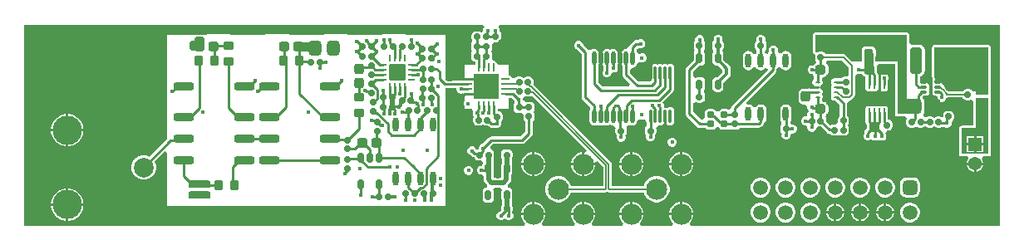
<source format=gtl>
G04*
G04 #@! TF.GenerationSoftware,Altium Limited,Altium Designer,23.10.1 (27)*
G04*
G04 Layer_Physical_Order=1*
G04 Layer_Color=255*
%FSAX25Y25*%
%MOIN*%
G70*
G04*
G04 #@! TF.SameCoordinates,9A25CA80-9317-414E-98C9-A3F1B825D269*
G04*
G04*
G04 #@! TF.FilePolarity,Positive*
G04*
G01*
G75*
%ADD11C,0.00984*%
%ADD16C,0.00500*%
%ADD17C,0.01000*%
G04:AMPARAMS|DCode=23|XSize=9.84mil|YSize=19.68mil|CornerRadius=2.46mil|HoleSize=0mil|Usage=FLASHONLY|Rotation=90.000|XOffset=0mil|YOffset=0mil|HoleType=Round|Shape=RoundedRectangle|*
%AMROUNDEDRECTD23*
21,1,0.00984,0.01476,0,0,90.0*
21,1,0.00492,0.01968,0,0,90.0*
1,1,0.00492,0.00738,0.00246*
1,1,0.00492,0.00738,-0.00246*
1,1,0.00492,-0.00738,-0.00246*
1,1,0.00492,-0.00738,0.00246*
%
%ADD23ROUNDEDRECTD23*%
%ADD24O,0.00984X0.03347*%
%ADD25O,0.03347X0.00984*%
%ADD26O,0.03150X0.00984*%
%ADD27O,0.00984X0.03150*%
G04:AMPARAMS|DCode=29|XSize=11.81mil|YSize=26.38mil|CornerRadius=2.95mil|HoleSize=0mil|Usage=FLASHONLY|Rotation=270.000|XOffset=0mil|YOffset=0mil|HoleType=Round|Shape=RoundedRectangle|*
%AMROUNDEDRECTD29*
21,1,0.01181,0.02047,0,0,270.0*
21,1,0.00591,0.02638,0,0,270.0*
1,1,0.00591,-0.01024,-0.00295*
1,1,0.00591,-0.01024,0.00295*
1,1,0.00591,0.01024,0.00295*
1,1,0.00591,0.01024,-0.00295*
%
%ADD29ROUNDEDRECTD29*%
%ADD30O,0.02362X0.05709*%
G04:AMPARAMS|DCode=31|XSize=31.5mil|YSize=149.61mil|CornerRadius=7.87mil|HoleSize=0mil|Usage=FLASHONLY|Rotation=180.000|XOffset=0mil|YOffset=0mil|HoleType=Round|Shape=RoundedRectangle|*
%AMROUNDEDRECTD31*
21,1,0.03150,0.13386,0,0,180.0*
21,1,0.01575,0.14961,0,0,180.0*
1,1,0.01575,-0.00787,0.06693*
1,1,0.01575,0.00787,0.06693*
1,1,0.01575,0.00787,-0.06693*
1,1,0.01575,-0.00787,-0.06693*
%
%ADD31ROUNDEDRECTD31*%
G04:AMPARAMS|DCode=32|XSize=31.5mil|YSize=149.61mil|CornerRadius=7.87mil|HoleSize=0mil|Usage=FLASHONLY|Rotation=270.000|XOffset=0mil|YOffset=0mil|HoleType=Round|Shape=RoundedRectangle|*
%AMROUNDEDRECTD32*
21,1,0.03150,0.13386,0,0,270.0*
21,1,0.01575,0.14961,0,0,270.0*
1,1,0.01575,-0.06693,-0.00787*
1,1,0.01575,-0.06693,0.00787*
1,1,0.01575,0.06693,0.00787*
1,1,0.01575,0.06693,-0.00787*
%
%ADD32ROUNDEDRECTD32*%
G04:AMPARAMS|DCode=33|XSize=31.5mil|YSize=218.5mil|CornerRadius=7.87mil|HoleSize=0mil|Usage=FLASHONLY|Rotation=180.000|XOffset=0mil|YOffset=0mil|HoleType=Round|Shape=RoundedRectangle|*
%AMROUNDEDRECTD33*
21,1,0.03150,0.20276,0,0,180.0*
21,1,0.01575,0.21850,0,0,180.0*
1,1,0.01575,-0.00787,0.10138*
1,1,0.01575,0.00787,0.10138*
1,1,0.01575,0.00787,-0.10138*
1,1,0.01575,-0.00787,-0.10138*
%
%ADD33ROUNDEDRECTD33*%
G04:AMPARAMS|DCode=34|XSize=31.5mil|YSize=196.06mil|CornerRadius=7.87mil|HoleSize=0mil|Usage=FLASHONLY|Rotation=270.000|XOffset=0mil|YOffset=0mil|HoleType=Round|Shape=RoundedRectangle|*
%AMROUNDEDRECTD34*
21,1,0.03150,0.18032,0,0,270.0*
21,1,0.01575,0.19606,0,0,270.0*
1,1,0.01575,-0.09016,-0.00787*
1,1,0.01575,-0.09016,0.00787*
1,1,0.01575,0.09016,0.00787*
1,1,0.01575,0.09016,-0.00787*
%
%ADD34ROUNDEDRECTD34*%
%ADD35O,0.01772X0.05512*%
%ADD36O,0.01378X0.05512*%
G04:AMPARAMS|DCode=37|XSize=23.62mil|YSize=39.37mil|CornerRadius=5.91mil|HoleSize=0mil|Usage=FLASHONLY|Rotation=180.000|XOffset=0mil|YOffset=0mil|HoleType=Round|Shape=RoundedRectangle|*
%AMROUNDEDRECTD37*
21,1,0.02362,0.02756,0,0,180.0*
21,1,0.01181,0.03937,0,0,180.0*
1,1,0.01181,-0.00591,0.01378*
1,1,0.01181,0.00591,0.01378*
1,1,0.01181,0.00591,-0.01378*
1,1,0.01181,-0.00591,-0.01378*
%
%ADD37ROUNDEDRECTD37*%
G04:AMPARAMS|DCode=38|XSize=25.2mil|YSize=27.56mil|CornerRadius=6.3mil|HoleSize=0mil|Usage=FLASHONLY|Rotation=90.000|XOffset=0mil|YOffset=0mil|HoleType=Round|Shape=RoundedRectangle|*
%AMROUNDEDRECTD38*
21,1,0.02520,0.01496,0,0,90.0*
21,1,0.01260,0.02756,0,0,90.0*
1,1,0.01260,0.00748,0.00630*
1,1,0.01260,0.00748,-0.00630*
1,1,0.01260,-0.00748,-0.00630*
1,1,0.01260,-0.00748,0.00630*
%
%ADD38ROUNDEDRECTD38*%
G04:AMPARAMS|DCode=39|XSize=88.58mil|YSize=30mil|CornerRadius=7.5mil|HoleSize=0mil|Usage=FLASHONLY|Rotation=180.000|XOffset=0mil|YOffset=0mil|HoleType=Round|Shape=RoundedRectangle|*
%AMROUNDEDRECTD39*
21,1,0.08858,0.01500,0,0,180.0*
21,1,0.07358,0.03000,0,0,180.0*
1,1,0.01500,-0.03679,0.00750*
1,1,0.01500,0.03679,0.00750*
1,1,0.01500,0.03679,-0.00750*
1,1,0.01500,-0.03679,-0.00750*
%
%ADD39ROUNDEDRECTD39*%
G04:AMPARAMS|DCode=40|XSize=23.62mil|YSize=23.62mil|CornerRadius=5.91mil|HoleSize=0mil|Usage=FLASHONLY|Rotation=0.000|XOffset=0mil|YOffset=0mil|HoleType=Round|Shape=RoundedRectangle|*
%AMROUNDEDRECTD40*
21,1,0.02362,0.01181,0,0,0.0*
21,1,0.01181,0.02362,0,0,0.0*
1,1,0.01181,0.00591,-0.00591*
1,1,0.01181,-0.00591,-0.00591*
1,1,0.01181,-0.00591,0.00591*
1,1,0.01181,0.00591,0.00591*
%
%ADD40ROUNDEDRECTD40*%
G04:AMPARAMS|DCode=41|XSize=107.09mil|YSize=48.42mil|CornerRadius=12.11mil|HoleSize=0mil|Usage=FLASHONLY|Rotation=270.000|XOffset=0mil|YOffset=0mil|HoleType=Round|Shape=RoundedRectangle|*
%AMROUNDEDRECTD41*
21,1,0.10709,0.02421,0,0,270.0*
21,1,0.08287,0.04842,0,0,270.0*
1,1,0.02421,-0.01211,-0.04144*
1,1,0.02421,-0.01211,0.04144*
1,1,0.02421,0.01211,0.04144*
1,1,0.02421,0.01211,-0.04144*
%
%ADD41ROUNDEDRECTD41*%
G04:AMPARAMS|DCode=42|XSize=59.06mil|YSize=51.18mil|CornerRadius=12.8mil|HoleSize=0mil|Usage=FLASHONLY|Rotation=270.000|XOffset=0mil|YOffset=0mil|HoleType=Round|Shape=RoundedRectangle|*
%AMROUNDEDRECTD42*
21,1,0.05906,0.02559,0,0,270.0*
21,1,0.03347,0.05118,0,0,270.0*
1,1,0.02559,-0.01280,-0.01673*
1,1,0.02559,-0.01280,0.01673*
1,1,0.02559,0.01280,0.01673*
1,1,0.02559,0.01280,-0.01673*
%
%ADD42ROUNDEDRECTD42*%
G04:AMPARAMS|DCode=43|XSize=31.5mil|YSize=81.1mil|CornerRadius=7.87mil|HoleSize=0mil|Usage=FLASHONLY|Rotation=270.000|XOffset=0mil|YOffset=0mil|HoleType=Round|Shape=RoundedRectangle|*
%AMROUNDEDRECTD43*
21,1,0.03150,0.06535,0,0,270.0*
21,1,0.01575,0.08110,0,0,270.0*
1,1,0.01575,-0.03268,-0.00787*
1,1,0.01575,-0.03268,0.00787*
1,1,0.01575,0.03268,0.00787*
1,1,0.01575,0.03268,-0.00787*
%
%ADD43ROUNDEDRECTD43*%
G04:AMPARAMS|DCode=44|XSize=9.84mil|YSize=35.43mil|CornerRadius=2.46mil|HoleSize=0mil|Usage=FLASHONLY|Rotation=180.000|XOffset=0mil|YOffset=0mil|HoleType=Round|Shape=RoundedRectangle|*
%AMROUNDEDRECTD44*
21,1,0.00984,0.03051,0,0,180.0*
21,1,0.00492,0.03543,0,0,180.0*
1,1,0.00492,-0.00246,0.01526*
1,1,0.00492,0.00246,0.01526*
1,1,0.00492,0.00246,-0.01526*
1,1,0.00492,-0.00246,-0.01526*
%
%ADD44ROUNDEDRECTD44*%
G04:AMPARAMS|DCode=45|XSize=37.4mil|YSize=41.34mil|CornerRadius=9.35mil|HoleSize=0mil|Usage=FLASHONLY|Rotation=270.000|XOffset=0mil|YOffset=0mil|HoleType=Round|Shape=RoundedRectangle|*
%AMROUNDEDRECTD45*
21,1,0.03740,0.02264,0,0,270.0*
21,1,0.01870,0.04134,0,0,270.0*
1,1,0.01870,-0.01132,-0.00935*
1,1,0.01870,-0.01132,0.00935*
1,1,0.01870,0.01132,0.00935*
1,1,0.01870,0.01132,-0.00935*
%
%ADD45ROUNDEDRECTD45*%
G04:AMPARAMS|DCode=46|XSize=25.2mil|YSize=25.2mil|CornerRadius=6.3mil|HoleSize=0mil|Usage=FLASHONLY|Rotation=180.000|XOffset=0mil|YOffset=0mil|HoleType=Round|Shape=RoundedRectangle|*
%AMROUNDEDRECTD46*
21,1,0.02520,0.01260,0,0,180.0*
21,1,0.01260,0.02520,0,0,180.0*
1,1,0.01260,-0.00630,0.00630*
1,1,0.01260,0.00630,0.00630*
1,1,0.01260,0.00630,-0.00630*
1,1,0.01260,-0.00630,-0.00630*
%
%ADD46ROUNDEDRECTD46*%
G04:AMPARAMS|DCode=47|XSize=25.2mil|YSize=25.2mil|CornerRadius=6.3mil|HoleSize=0mil|Usage=FLASHONLY|Rotation=270.000|XOffset=0mil|YOffset=0mil|HoleType=Round|Shape=RoundedRectangle|*
%AMROUNDEDRECTD47*
21,1,0.02520,0.01260,0,0,270.0*
21,1,0.01260,0.02520,0,0,270.0*
1,1,0.01260,-0.00630,-0.00630*
1,1,0.01260,-0.00630,0.00630*
1,1,0.01260,0.00630,0.00630*
1,1,0.01260,0.00630,-0.00630*
%
%ADD47ROUNDEDRECTD47*%
G04:AMPARAMS|DCode=48|XSize=37.4mil|YSize=41.34mil|CornerRadius=9.35mil|HoleSize=0mil|Usage=FLASHONLY|Rotation=0.000|XOffset=0mil|YOffset=0mil|HoleType=Round|Shape=RoundedRectangle|*
%AMROUNDEDRECTD48*
21,1,0.03740,0.02264,0,0,0.0*
21,1,0.01870,0.04134,0,0,0.0*
1,1,0.01870,0.00935,-0.01132*
1,1,0.01870,-0.00935,-0.01132*
1,1,0.01870,-0.00935,0.01132*
1,1,0.01870,0.00935,0.01132*
%
%ADD48ROUNDEDRECTD48*%
G04:AMPARAMS|DCode=49|XSize=39.37mil|YSize=35.43mil|CornerRadius=8.86mil|HoleSize=0mil|Usage=FLASHONLY|Rotation=270.000|XOffset=0mil|YOffset=0mil|HoleType=Round|Shape=RoundedRectangle|*
%AMROUNDEDRECTD49*
21,1,0.03937,0.01772,0,0,270.0*
21,1,0.02165,0.03543,0,0,270.0*
1,1,0.01772,-0.00886,-0.01083*
1,1,0.01772,-0.00886,0.01083*
1,1,0.01772,0.00886,0.01083*
1,1,0.01772,0.00886,-0.01083*
%
%ADD49ROUNDEDRECTD49*%
G04:AMPARAMS|DCode=50|XSize=23.62mil|YSize=23.62mil|CornerRadius=5.91mil|HoleSize=0mil|Usage=FLASHONLY|Rotation=270.000|XOffset=0mil|YOffset=0mil|HoleType=Round|Shape=RoundedRectangle|*
%AMROUNDEDRECTD50*
21,1,0.02362,0.01181,0,0,270.0*
21,1,0.01181,0.02362,0,0,270.0*
1,1,0.01181,-0.00591,-0.00591*
1,1,0.01181,-0.00591,0.00591*
1,1,0.01181,0.00591,0.00591*
1,1,0.01181,0.00591,-0.00591*
%
%ADD50ROUNDEDRECTD50*%
G04:AMPARAMS|DCode=51|XSize=59.06mil|YSize=51.18mil|CornerRadius=12.8mil|HoleSize=0mil|Usage=FLASHONLY|Rotation=180.000|XOffset=0mil|YOffset=0mil|HoleType=Round|Shape=RoundedRectangle|*
%AMROUNDEDRECTD51*
21,1,0.05906,0.02559,0,0,180.0*
21,1,0.03347,0.05118,0,0,180.0*
1,1,0.02559,-0.01673,0.01280*
1,1,0.02559,0.01673,0.01280*
1,1,0.02559,0.01673,-0.01280*
1,1,0.02559,-0.01673,-0.01280*
%
%ADD51ROUNDEDRECTD51*%
G04:AMPARAMS|DCode=52|XSize=39.37mil|YSize=35.43mil|CornerRadius=8.86mil|HoleSize=0mil|Usage=FLASHONLY|Rotation=0.000|XOffset=0mil|YOffset=0mil|HoleType=Round|Shape=RoundedRectangle|*
%AMROUNDEDRECTD52*
21,1,0.03937,0.01772,0,0,0.0*
21,1,0.02165,0.03543,0,0,0.0*
1,1,0.01772,0.01083,-0.00886*
1,1,0.01772,-0.01083,-0.00886*
1,1,0.01772,-0.01083,0.00886*
1,1,0.01772,0.01083,0.00886*
%
%ADD52ROUNDEDRECTD52*%
G04:AMPARAMS|DCode=93|XSize=62.99mil|YSize=35.43mil|CornerRadius=1.77mil|HoleSize=0mil|Usage=FLASHONLY|Rotation=90.000|XOffset=0mil|YOffset=0mil|HoleType=Round|Shape=RoundedRectangle|*
%AMROUNDEDRECTD93*
21,1,0.06299,0.03189,0,0,90.0*
21,1,0.05945,0.03543,0,0,90.0*
1,1,0.00354,0.01595,0.02972*
1,1,0.00354,0.01595,-0.02972*
1,1,0.00354,-0.01595,-0.02972*
1,1,0.00354,-0.01595,0.02972*
%
%ADD93ROUNDEDRECTD93*%
G04:AMPARAMS|DCode=94|XSize=102.36mil|YSize=102.36mil|CornerRadius=2.56mil|HoleSize=0mil|Usage=FLASHONLY|Rotation=270.000|XOffset=0mil|YOffset=0mil|HoleType=Round|Shape=RoundedRectangle|*
%AMROUNDEDRECTD94*
21,1,0.10236,0.09724,0,0,270.0*
21,1,0.09724,0.10236,0,0,270.0*
1,1,0.00512,-0.04862,-0.04862*
1,1,0.00512,-0.04862,0.04862*
1,1,0.00512,0.04862,0.04862*
1,1,0.00512,0.04862,-0.04862*
%
%ADD94ROUNDEDRECTD94*%
G04:AMPARAMS|DCode=95|XSize=66.14mil|YSize=66.14mil|CornerRadius=3.31mil|HoleSize=0mil|Usage=FLASHONLY|Rotation=0.000|XOffset=0mil|YOffset=0mil|HoleType=Round|Shape=RoundedRectangle|*
%AMROUNDEDRECTD95*
21,1,0.06614,0.05953,0,0,0.0*
21,1,0.05953,0.06614,0,0,0.0*
1,1,0.00661,0.02976,-0.02976*
1,1,0.00661,-0.02976,-0.02976*
1,1,0.00661,-0.02976,0.02976*
1,1,0.00661,0.02976,0.02976*
%
%ADD95ROUNDEDRECTD95*%
G04:AMPARAMS|DCode=96|XSize=96.06mil|YSize=58.66mil|CornerRadius=2.93mil|HoleSize=0mil|Usage=FLASHONLY|Rotation=180.000|XOffset=0mil|YOffset=0mil|HoleType=Round|Shape=RoundedRectangle|*
%AMROUNDEDRECTD96*
21,1,0.09606,0.05280,0,0,180.0*
21,1,0.09020,0.05866,0,0,180.0*
1,1,0.00587,-0.04510,0.02640*
1,1,0.00587,0.04510,0.02640*
1,1,0.00587,0.04510,-0.02640*
1,1,0.00587,-0.04510,-0.02640*
%
%ADD96ROUNDEDRECTD96*%
%ADD97C,0.01181*%
%ADD98C,0.00839*%
%ADD99C,0.00837*%
%ADD100C,0.03740*%
%ADD101C,0.02000*%
%ADD102C,0.05906*%
%ADD103C,0.03543*%
%ADD104C,0.01968*%
%ADD105C,0.08425*%
%ADD106C,0.07874*%
%ADD107C,0.11811*%
%ADD108C,0.05386*%
%ADD109R,0.05386X0.05386*%
%ADD110C,0.05906*%
G04:AMPARAMS|DCode=111|XSize=59.06mil|YSize=59.06mil|CornerRadius=14.76mil|HoleSize=0mil|Usage=FLASHONLY|Rotation=180.000|XOffset=0mil|YOffset=0mil|HoleType=Round|Shape=RoundedRectangle|*
%AMROUNDEDRECTD111*
21,1,0.05906,0.02953,0,0,180.0*
21,1,0.02953,0.05906,0,0,180.0*
1,1,0.02953,-0.01476,0.01476*
1,1,0.02953,0.01476,0.01476*
1,1,0.02953,0.01476,-0.01476*
1,1,0.02953,-0.01476,-0.01476*
%
%ADD111ROUNDEDRECTD111*%
%ADD112C,0.01600*%
G36*
X0392497Y0001204D02*
X0268401D01*
X0267987Y0002204D01*
X0268576Y0002793D01*
X0269209Y0003890D01*
X0269537Y0005114D01*
Y0005248D01*
X0259912D01*
Y0005114D01*
X0260240Y0003890D01*
X0260873Y0002793D01*
X0261462Y0002204D01*
X0261048Y0001204D01*
X0248401D01*
X0247987Y0002204D01*
X0248575Y0002793D01*
X0249209Y0003890D01*
X0249537Y0005114D01*
Y0005248D01*
X0239912D01*
Y0005114D01*
X0240240Y0003890D01*
X0240873Y0002793D01*
X0241462Y0002204D01*
X0241048Y0001204D01*
X0229031D01*
X0228616Y0002204D01*
X0229205Y0002793D01*
X0229839Y0003890D01*
X0230167Y0005114D01*
Y0005248D01*
X0220542D01*
Y0005114D01*
X0220870Y0003890D01*
X0221503Y0002793D01*
X0222092Y0002204D01*
X0221678Y0001204D01*
X0209031D01*
X0208616Y0002204D01*
X0209205Y0002793D01*
X0209839Y0003890D01*
X0210167Y0005114D01*
Y0005248D01*
X0200542D01*
Y0005114D01*
X0200870Y0003890D01*
X0201503Y0002793D01*
X0202092Y0002204D01*
X0201678Y0001204D01*
X0001204D01*
Y0081658D01*
X0185178D01*
X0185592Y0080658D01*
X0185482Y0080547D01*
X0185208Y0079886D01*
Y0079352D01*
X0185133Y0079283D01*
X0184625Y0078973D01*
X0184309Y0078867D01*
X0183987Y0079057D01*
X0183366Y0079181D01*
X0182185D01*
X0181564Y0079057D01*
X0181038Y0078706D01*
X0180687Y0078180D01*
X0180563Y0077559D01*
Y0076378D01*
X0180687Y0075757D01*
X0180813Y0074935D01*
X0180453Y0074396D01*
X0180326Y0073760D01*
Y0072500D01*
X0180453Y0071864D01*
X0180813Y0071325D01*
X0180453Y0070459D01*
X0180326Y0069823D01*
Y0068563D01*
X0180453Y0067927D01*
X0180813Y0067388D01*
X0181352Y0067028D01*
X0181988Y0066901D01*
X0182042D01*
Y0065847D01*
X0177657D01*
Y0059474D01*
X0177383Y0059420D01*
X0170383D01*
X0170177Y0059625D01*
Y0077953D01*
X0058465D01*
Y0035904D01*
X0051432Y0028871D01*
X0051020Y0029108D01*
X0049764Y0029445D01*
X0048464D01*
X0047209Y0029108D01*
X0046083Y0028458D01*
X0045164Y0027539D01*
X0044514Y0026414D01*
X0044177Y0025158D01*
Y0023858D01*
X0044514Y0022602D01*
X0045164Y0021476D01*
X0046083Y0020557D01*
X0047209Y0019907D01*
X0048464Y0019571D01*
X0049764D01*
X0051020Y0019907D01*
X0052146Y0020557D01*
X0053065Y0021476D01*
X0053715Y0022602D01*
X0054051Y0023858D01*
Y0025158D01*
X0053715Y0026414D01*
X0053477Y0026825D01*
X0057541Y0030889D01*
X0058465Y0030506D01*
Y0009055D01*
X0170177D01*
Y0056525D01*
X0174370D01*
X0174479Y0056362D01*
Y0055646D01*
X0174754Y0054984D01*
X0175260Y0054478D01*
X0175921Y0054204D01*
X0176638D01*
X0176657Y0054212D01*
X0177657Y0053544D01*
Y0051266D01*
X0177608Y0051217D01*
X0177334Y0050555D01*
Y0049839D01*
X0177608Y0049177D01*
X0177657Y0049128D01*
Y0048130D01*
X0180587D01*
X0180809Y0047879D01*
X0181147Y0047130D01*
X0180976Y0046716D01*
Y0046000D01*
X0181250Y0045339D01*
X0181503Y0045085D01*
Y0045053D01*
X0181277Y0044715D01*
X0181154Y0044094D01*
Y0042913D01*
X0181277Y0042293D01*
X0181629Y0041767D01*
X0182155Y0041415D01*
X0182776Y0041292D01*
X0183957D01*
X0184577Y0041415D01*
X0185103Y0041767D01*
X0185172D01*
X0185698Y0041415D01*
X0186319Y0041292D01*
X0187106D01*
X0187452Y0040946D01*
X0187948Y0040615D01*
X0188533Y0040498D01*
X0189876D01*
X0190292Y0040326D01*
X0191008D01*
X0191669Y0040600D01*
X0192176Y0041106D01*
X0192450Y0041768D01*
Y0042484D01*
X0192303Y0042838D01*
X0192514Y0042978D01*
X0192874Y0043518D01*
X0193000Y0044153D01*
Y0045413D01*
X0192874Y0046049D01*
X0192514Y0046589D01*
X0191974Y0046949D01*
X0191339Y0047075D01*
X0190998D01*
Y0048130D01*
X0195374D01*
Y0052506D01*
X0196611D01*
X0197613Y0051504D01*
X0197883Y0050850D01*
X0197869Y0050359D01*
X0197518Y0049833D01*
X0197394Y0049213D01*
Y0048031D01*
X0197518Y0047411D01*
X0197869Y0046885D01*
X0198395Y0046533D01*
X0199016Y0046410D01*
X0200197D01*
X0200469Y0046464D01*
X0201219Y0045884D01*
X0201336Y0045694D01*
X0201331Y0045669D01*
Y0044488D01*
X0201454Y0043868D01*
X0201806Y0043341D01*
X0202014Y0043203D01*
Y0038822D01*
X0200154Y0036963D01*
X0188583D01*
X0187997Y0036846D01*
X0187501Y0036514D01*
X0184870Y0033883D01*
X0184217Y0033613D01*
X0183710Y0033106D01*
X0183436Y0032445D01*
Y0031740D01*
X0183169D01*
X0182879Y0031682D01*
X0182454D01*
X0182390Y0031746D01*
X0182235Y0032122D01*
X0181728Y0032628D01*
X0181067Y0032902D01*
X0180351D01*
X0179689Y0032628D01*
X0179183Y0032122D01*
X0178909Y0031460D01*
Y0030744D01*
X0179183Y0030083D01*
X0179689Y0029576D01*
X0180351Y0029302D01*
X0180508D01*
X0180739Y0029071D01*
X0181235Y0028740D01*
X0181601Y0028667D01*
X0181671Y0028316D01*
X0182023Y0027790D01*
X0182549Y0027439D01*
X0183169Y0027315D01*
X0184350D01*
X0185231Y0026501D01*
Y0026186D01*
X0185116Y0026014D01*
X0184877Y0025146D01*
X0184160D01*
X0183499Y0024872D01*
X0182993Y0024365D01*
X0182719Y0023704D01*
Y0022988D01*
X0182993Y0022326D01*
X0183499Y0021820D01*
X0184160Y0021546D01*
X0184877D01*
X0185379Y0020671D01*
Y0019657D01*
X0185532Y0018883D01*
X0185971Y0018226D01*
X0186812Y0017386D01*
X0186702Y0016827D01*
X0186450Y0016353D01*
X0185994Y0016262D01*
X0185468Y0015911D01*
X0185116Y0015384D01*
X0184993Y0014764D01*
Y0012008D01*
X0185116Y0011387D01*
X0185468Y0010861D01*
X0185994Y0010510D01*
X0186614Y0010386D01*
X0187795D01*
X0188416Y0010510D01*
X0188942Y0010861D01*
X0189294Y0011387D01*
X0189417Y0012008D01*
Y0014764D01*
X0189294Y0015384D01*
X0189229Y0015481D01*
X0189751Y0016481D01*
X0192138D01*
X0192661Y0015481D01*
X0192596Y0015384D01*
X0192473Y0014764D01*
Y0012008D01*
X0192596Y0011387D01*
X0192682Y0011259D01*
Y0009323D01*
X0192559Y0009140D01*
X0192433Y0008504D01*
Y0007528D01*
X0191705Y0006800D01*
X0191328Y0006644D01*
X0190822Y0006138D01*
X0190548Y0005476D01*
Y0004760D01*
X0190822Y0004098D01*
X0191328Y0003592D01*
X0191990Y0003318D01*
X0192706D01*
X0193367Y0003592D01*
X0193910Y0004067D01*
X0194453Y0003592D01*
X0195114Y0003318D01*
X0195831D01*
X0196492Y0003592D01*
X0196998Y0004098D01*
X0197273Y0004760D01*
Y0005476D01*
X0196998Y0006138D01*
X0196887Y0006249D01*
Y0006604D01*
X0196890Y0006608D01*
X0197016Y0007244D01*
Y0008504D01*
X0196890Y0009140D01*
X0196728Y0009382D01*
Y0011318D01*
X0196774Y0011387D01*
X0196897Y0012008D01*
Y0014764D01*
X0196774Y0015384D01*
X0196422Y0015911D01*
X0195896Y0016262D01*
X0195440Y0016353D01*
X0195188Y0016827D01*
X0195078Y0017386D01*
X0195919Y0018226D01*
X0196357Y0018883D01*
X0196511Y0019657D01*
Y0021624D01*
X0196774Y0022017D01*
X0196897Y0022638D01*
Y0025394D01*
X0196774Y0026014D01*
X0196728Y0026083D01*
Y0028019D01*
X0196890Y0028262D01*
X0197016Y0028898D01*
Y0030158D01*
X0196890Y0030793D01*
X0196529Y0031333D01*
X0195990Y0031693D01*
X0195354Y0031819D01*
X0194095D01*
X0193459Y0031693D01*
X0192919Y0031333D01*
X0192559Y0030793D01*
X0192433Y0030158D01*
Y0028898D01*
X0192559Y0028262D01*
X0192682Y0028078D01*
Y0026142D01*
X0192596Y0026014D01*
X0192473Y0025394D01*
Y0023858D01*
X0192465Y0023819D01*
Y0020527D01*
X0189425D01*
Y0023819D01*
X0189417Y0023858D01*
Y0025394D01*
X0189294Y0026014D01*
X0189277Y0026039D01*
Y0028144D01*
X0189392Y0028316D01*
X0189515Y0028937D01*
Y0030118D01*
X0189392Y0030739D01*
X0189041Y0031265D01*
X0188514Y0031616D01*
X0188372Y0031645D01*
X0188019Y0032707D01*
X0189216Y0033904D01*
X0200787D01*
X0201373Y0034020D01*
X0201869Y0034352D01*
X0204625Y0037108D01*
X0204956Y0037604D01*
X0205073Y0038189D01*
Y0043203D01*
X0205281Y0043341D01*
X0205632Y0043868D01*
X0205756Y0044488D01*
Y0045669D01*
X0205632Y0046290D01*
X0205281Y0046816D01*
Y0046885D01*
X0205632Y0047411D01*
X0205756Y0048031D01*
Y0049213D01*
X0205632Y0049833D01*
X0205281Y0050359D01*
X0204754Y0050711D01*
X0204134Y0050834D01*
X0202953D01*
X0202332Y0050711D01*
X0201390Y0051232D01*
X0201209Y0051512D01*
Y0052228D01*
X0201160Y0052346D01*
X0201853Y0052954D01*
X0201962Y0053025D01*
X0202559Y0052906D01*
X0203740D01*
X0204361Y0053029D01*
X0204792Y0053318D01*
X0226707Y0031403D01*
X0226189Y0030507D01*
X0225988Y0030561D01*
X0225854D01*
Y0026248D01*
X0230167D01*
Y0026382D01*
X0230113Y0026583D01*
X0231010Y0027101D01*
X0233259Y0024852D01*
Y0017022D01*
X0220409D01*
X0220212Y0017760D01*
X0219525Y0018949D01*
X0218555Y0019919D01*
X0217366Y0020605D01*
X0216041Y0020961D01*
X0214668D01*
X0213342Y0020605D01*
X0212154Y0019919D01*
X0211183Y0018949D01*
X0210497Y0017760D01*
X0210142Y0016434D01*
Y0015062D01*
X0210497Y0013736D01*
X0211183Y0012547D01*
X0212154Y0011577D01*
X0213342Y0010891D01*
X0214668Y0010535D01*
X0216041D01*
X0217366Y0010891D01*
X0218555Y0011577D01*
X0219525Y0012547D01*
X0220212Y0013736D01*
X0220409Y0014473D01*
X0234240D01*
X0234728Y0014571D01*
X0235039Y0014779D01*
X0235351Y0014571D01*
X0235839Y0014473D01*
X0249669D01*
X0249867Y0013736D01*
X0250553Y0012547D01*
X0251524Y0011577D01*
X0252712Y0010891D01*
X0254038Y0010535D01*
X0255411D01*
X0256736Y0010891D01*
X0257925Y0011577D01*
X0258895Y0012547D01*
X0259582Y0013736D01*
X0259937Y0015062D01*
Y0016434D01*
X0259582Y0017760D01*
X0258895Y0018949D01*
X0257925Y0019919D01*
X0256736Y0020605D01*
X0255411Y0020961D01*
X0254038D01*
X0252712Y0020605D01*
X0251524Y0019919D01*
X0250553Y0018949D01*
X0249867Y0017760D01*
X0249669Y0017022D01*
X0236820D01*
Y0025799D01*
X0236723Y0026287D01*
X0236447Y0026700D01*
X0205314Y0057833D01*
X0205362Y0058071D01*
Y0059252D01*
X0205238Y0059873D01*
X0204887Y0060399D01*
X0204361Y0060750D01*
X0203740Y0060874D01*
X0202559D01*
X0201939Y0060750D01*
X0201378Y0060419D01*
X0200817Y0060750D01*
X0200197Y0060874D01*
X0199016D01*
X0198395Y0060750D01*
X0197869Y0060399D01*
X0197758Y0060233D01*
X0196697Y0060444D01*
X0196681Y0060523D01*
X0196351Y0061017D01*
X0195858Y0061347D01*
X0195374Y0061443D01*
Y0065847D01*
X0190970D01*
X0190874Y0066330D01*
X0190544Y0066824D01*
X0190051Y0067154D01*
X0189469Y0067269D01*
X0189395Y0067255D01*
X0189091Y0067527D01*
X0188682Y0068128D01*
X0188768Y0068563D01*
Y0069823D01*
X0188642Y0070459D01*
X0188281Y0070998D01*
Y0071325D01*
X0188642Y0071864D01*
X0188768Y0072500D01*
Y0073760D01*
X0188739Y0073905D01*
X0189488Y0074775D01*
X0190748D01*
X0191384Y0074902D01*
X0191923Y0075262D01*
X0192283Y0075801D01*
X0192410Y0076437D01*
Y0077697D01*
X0192283Y0078333D01*
X0191923Y0078872D01*
X0191776Y0078970D01*
X0191859Y0079169D01*
Y0079886D01*
X0191585Y0080547D01*
X0191475Y0080658D01*
X0191889Y0081658D01*
X0392497D01*
Y0001204D01*
D02*
G37*
%LPC*%
G36*
X0248783Y0075914D02*
X0248067D01*
X0247406Y0075640D01*
X0247401Y0075635D01*
X0246457D01*
X0246457Y0075635D01*
X0245875Y0075520D01*
X0245381Y0075190D01*
X0245381Y0075190D01*
X0244003Y0073812D01*
X0243673Y0073318D01*
X0243576Y0072832D01*
X0243537Y0072723D01*
X0242557Y0072092D01*
X0242520Y0072100D01*
X0241784Y0071954D01*
X0241160Y0071537D01*
X0240743Y0070913D01*
X0240597Y0070177D01*
Y0066437D01*
X0240743Y0065701D01*
X0240990Y0065332D01*
Y0061811D01*
X0241107Y0061226D01*
X0241438Y0060730D01*
X0244203Y0057965D01*
X0243820Y0057041D01*
X0232917D01*
X0231254Y0058704D01*
Y0065332D01*
X0231501Y0065701D01*
X0231647Y0066437D01*
Y0070177D01*
X0231501Y0070913D01*
X0231084Y0071537D01*
X0230460Y0071954D01*
X0229724Y0072100D01*
X0228989Y0071954D01*
X0228509Y0071633D01*
X0228440Y0071612D01*
X0227997Y0071615D01*
X0227312Y0071761D01*
X0227257Y0071843D01*
X0225324Y0073777D01*
Y0073783D01*
X0225050Y0074445D01*
X0224543Y0074951D01*
X0223882Y0075225D01*
X0223166D01*
X0222504Y0074951D01*
X0221998Y0074445D01*
X0221724Y0073783D01*
Y0073067D01*
X0221998Y0072406D01*
X0222504Y0071899D01*
X0223166Y0071625D01*
X0223172D01*
X0224660Y0070138D01*
Y0052756D01*
X0224776Y0052174D01*
X0225105Y0051680D01*
X0228203Y0048582D01*
Y0048066D01*
X0227948Y0047685D01*
X0227802Y0046949D01*
Y0043209D01*
X0227948Y0042473D01*
X0228365Y0041849D01*
X0228989Y0041432D01*
X0229724Y0041286D01*
X0230460Y0041432D01*
X0231004Y0041796D01*
X0231548Y0041432D01*
X0232283Y0041286D01*
X0233019Y0041432D01*
X0233563Y0041796D01*
X0234107Y0041432D01*
X0234842Y0041286D01*
X0235578Y0041432D01*
X0236122Y0041796D01*
X0236666Y0041432D01*
X0237402Y0041286D01*
X0237432Y0041292D01*
X0238226Y0040741D01*
X0238337Y0040455D01*
X0238327Y0040439D01*
X0238200Y0039803D01*
Y0038543D01*
X0238327Y0037907D01*
X0238687Y0037368D01*
X0238849Y0037260D01*
X0238736Y0036987D01*
Y0036271D01*
X0239011Y0035609D01*
X0239517Y0035103D01*
X0240178Y0034829D01*
X0240895D01*
X0241556Y0035103D01*
X0242062Y0035609D01*
X0242336Y0036271D01*
Y0036987D01*
X0242204Y0037306D01*
X0242297Y0037368D01*
X0242657Y0037907D01*
X0242784Y0038543D01*
Y0039803D01*
X0242683Y0040312D01*
X0242715Y0040543D01*
X0243083Y0041205D01*
X0244149Y0041561D01*
X0244343Y0041432D01*
X0245079Y0041286D01*
X0245815Y0041432D01*
X0246438Y0041849D01*
X0246855Y0042473D01*
X0247002Y0043209D01*
Y0043527D01*
X0247513Y0043822D01*
X0248002Y0044002D01*
X0248559Y0043771D01*
X0249275D01*
X0249542Y0043881D01*
X0250474Y0043380D01*
X0250542Y0043295D01*
Y0043012D01*
X0250673Y0042353D01*
X0250764Y0042216D01*
Y0041143D01*
X0250518Y0040978D01*
X0250158Y0040439D01*
X0250031Y0039803D01*
Y0038543D01*
X0250158Y0037907D01*
X0250518Y0037368D01*
X0250540Y0037353D01*
X0250464Y0037169D01*
Y0036453D01*
X0250738Y0035791D01*
X0251244Y0035285D01*
X0251906Y0035011D01*
X0252622D01*
X0253283Y0035285D01*
X0253790Y0035791D01*
X0254064Y0036453D01*
Y0037169D01*
X0254013Y0037291D01*
X0254128Y0037368D01*
X0254488Y0037907D01*
X0254615Y0038543D01*
Y0039803D01*
X0254511Y0040325D01*
X0254526Y0040533D01*
X0254647Y0040827D01*
X0255542Y0041421D01*
X0256201Y0041290D01*
X0256860Y0041421D01*
X0257418Y0041794D01*
X0257614Y0042086D01*
X0257792Y0042137D01*
X0258547D01*
X0258725Y0042086D01*
X0258920Y0041794D01*
X0259479Y0041421D01*
X0260138Y0041290D01*
X0260797Y0041421D01*
X0261355Y0041794D01*
X0261729Y0042353D01*
X0261860Y0043012D01*
Y0047146D01*
X0261729Y0047805D01*
X0261355Y0048363D01*
X0260797Y0048737D01*
X0260138Y0048868D01*
X0259479Y0048737D01*
X0258920Y0048363D01*
X0257908Y0048535D01*
X0257736Y0048807D01*
X0257705Y0048876D01*
Y0049571D01*
X0257432Y0050232D01*
X0257128Y0050536D01*
X0261219Y0054627D01*
X0261551Y0055123D01*
X0261667Y0055709D01*
Y0059583D01*
X0261729Y0059676D01*
X0261860Y0060335D01*
Y0064468D01*
X0261729Y0065127D01*
X0261355Y0065686D01*
X0260797Y0066059D01*
X0260138Y0066191D01*
X0259479Y0066059D01*
X0259154Y0065842D01*
X0258828Y0066059D01*
X0258169Y0066191D01*
X0257510Y0066059D01*
X0257185Y0065842D01*
X0256860Y0066059D01*
X0256201Y0066191D01*
X0255542Y0066059D01*
X0255217Y0065842D01*
X0254891Y0066059D01*
X0254232Y0066191D01*
X0253573Y0066059D01*
X0253015Y0065686D01*
X0252641Y0065127D01*
X0252510Y0064468D01*
Y0060335D01*
X0252628Y0059743D01*
X0252041Y0058911D01*
X0247582D01*
X0244049Y0062445D01*
Y0063746D01*
X0245049Y0064520D01*
X0245079Y0064514D01*
X0245815Y0064661D01*
X0246438Y0065077D01*
X0246855Y0065701D01*
X0246989Y0066374D01*
X0247307Y0066581D01*
X0248002Y0066837D01*
X0248559Y0066606D01*
X0249275D01*
X0249937Y0066879D01*
X0250443Y0067386D01*
X0250717Y0068047D01*
Y0068764D01*
X0250443Y0069425D01*
X0249937Y0069932D01*
X0249275Y0070205D01*
X0248559D01*
X0248002Y0069974D01*
X0247669Y0070042D01*
X0246956Y0070404D01*
X0246855Y0070913D01*
X0246674Y0071185D01*
X0246784Y0071904D01*
X0247738Y0072451D01*
X0248067Y0072314D01*
X0248783D01*
X0249445Y0072588D01*
X0249951Y0073095D01*
X0250225Y0073756D01*
Y0074472D01*
X0249951Y0075134D01*
X0249445Y0075640D01*
X0248783Y0075914D01*
D02*
G37*
G36*
X0237402Y0072100D02*
X0236666Y0071954D01*
X0236122Y0071590D01*
X0235578Y0071954D01*
X0234842Y0072100D01*
X0234107Y0071954D01*
X0233483Y0071537D01*
X0233066Y0070913D01*
X0232920Y0070177D01*
Y0066437D01*
X0233066Y0065701D01*
X0233313Y0065332D01*
Y0063413D01*
X0233043Y0062760D01*
Y0062043D01*
X0233317Y0061382D01*
X0233823Y0060876D01*
X0234485Y0060602D01*
X0235201D01*
X0235862Y0060876D01*
X0236368Y0061382D01*
X0236505Y0061711D01*
X0237044Y0062570D01*
X0237760D01*
X0238421Y0062844D01*
X0238928Y0063350D01*
X0239202Y0064012D01*
Y0064728D01*
X0238944Y0065351D01*
X0239178Y0065701D01*
X0239324Y0066437D01*
Y0070177D01*
X0239178Y0070913D01*
X0238761Y0071537D01*
X0238137Y0071954D01*
X0237402Y0072100D01*
D02*
G37*
G36*
X0296913Y0077785D02*
X0296197D01*
X0295535Y0077511D01*
X0295029Y0077005D01*
X0294755Y0076343D01*
Y0075627D01*
X0294874Y0075340D01*
X0294711Y0075230D01*
X0294351Y0074691D01*
X0294224Y0074055D01*
Y0072795D01*
X0294351Y0072159D01*
X0294711Y0071620D01*
X0294719Y0071615D01*
X0294861Y0070514D01*
X0294580Y0070094D01*
X0294036Y0070012D01*
X0293491Y0070094D01*
X0293108Y0070667D01*
X0292387Y0071149D01*
X0291535Y0071318D01*
X0290685Y0071149D01*
X0289963Y0070667D01*
X0289481Y0069946D01*
X0289312Y0069094D01*
Y0065748D01*
X0289481Y0064897D01*
X0289963Y0064175D01*
X0290685Y0063693D01*
X0291535Y0063524D01*
X0292387Y0063693D01*
X0293108Y0064175D01*
X0293491Y0064749D01*
X0294036Y0064830D01*
X0294580Y0064749D01*
X0294963Y0064175D01*
X0295685Y0063693D01*
X0296535Y0063524D01*
X0297387Y0063693D01*
X0298108Y0064175D01*
X0298176Y0064277D01*
X0299278Y0064127D01*
X0299397Y0063765D01*
X0284951Y0049319D01*
X0284619Y0048822D01*
X0284503Y0048237D01*
Y0048105D01*
X0284465Y0048069D01*
X0283503Y0047662D01*
X0283274Y0047815D01*
X0282638Y0047941D01*
X0281142D01*
X0280506Y0047815D01*
X0279967Y0047455D01*
X0279664Y0047001D01*
X0279134Y0046952D01*
X0278604Y0047001D01*
X0278301Y0047455D01*
X0277762Y0047815D01*
X0277126Y0047941D01*
X0275630D01*
X0274994Y0047815D01*
X0274455Y0047455D01*
X0274095Y0046916D01*
X0273968Y0046279D01*
Y0045020D01*
X0274059Y0044563D01*
X0273478Y0043710D01*
X0272589Y0043649D01*
X0269443Y0046795D01*
Y0050278D01*
X0270443Y0050725D01*
X0270644Y0050591D01*
X0271280Y0050464D01*
X0272539D01*
X0273175Y0050591D01*
X0273714Y0050951D01*
X0274075Y0051490D01*
X0274201Y0052126D01*
Y0053386D01*
X0274075Y0054022D01*
X0273714Y0054561D01*
X0273836Y0055622D01*
X0273939Y0055777D01*
X0274063Y0056398D01*
Y0059153D01*
X0273939Y0059774D01*
X0273588Y0060300D01*
X0273061Y0060652D01*
X0272441Y0060775D01*
X0271260D01*
X0270639Y0060652D01*
X0270443Y0060520D01*
X0269449Y0060957D01*
X0269443Y0060963D01*
Y0063048D01*
X0271801Y0065406D01*
X0272441D01*
X0273061Y0065529D01*
X0273588Y0065881D01*
X0273939Y0066407D01*
X0274063Y0067028D01*
Y0069784D01*
X0273939Y0070404D01*
X0273844Y0070547D01*
X0273714Y0071620D01*
X0274075Y0072159D01*
X0274201Y0072795D01*
Y0074055D01*
X0274075Y0074691D01*
X0273714Y0075230D01*
X0273677Y0075255D01*
X0273749Y0075429D01*
Y0076145D01*
X0273475Y0076807D01*
X0272968Y0077313D01*
X0272307Y0077587D01*
X0271591D01*
X0270929Y0077313D01*
X0270423Y0076807D01*
X0270149Y0076145D01*
Y0075429D01*
X0270204Y0075297D01*
X0270104Y0075230D01*
X0269744Y0074691D01*
X0269618Y0074055D01*
Y0072795D01*
X0269744Y0072159D01*
X0270104Y0071620D01*
X0269903Y0070617D01*
X0269762Y0070404D01*
X0269638Y0069784D01*
Y0067569D01*
X0266832Y0064763D01*
X0266500Y0064266D01*
X0266384Y0063681D01*
Y0046161D01*
X0266500Y0045576D01*
X0266832Y0045080D01*
X0271044Y0040867D01*
X0271541Y0040536D01*
X0272126Y0040419D01*
X0274271D01*
X0274455Y0040144D01*
X0274994Y0039783D01*
X0275630Y0039657D01*
X0277126D01*
X0277762Y0039783D01*
X0278301Y0040144D01*
X0278604Y0040597D01*
X0279134Y0040647D01*
X0279664Y0040597D01*
X0279967Y0040144D01*
X0280506Y0039783D01*
X0281142Y0039657D01*
X0282638D01*
X0283274Y0039783D01*
X0283813Y0040144D01*
X0284758Y0039823D01*
X0285394Y0039696D01*
X0286653D01*
X0287290Y0039823D01*
X0287829Y0040183D01*
X0288000Y0040439D01*
X0295895D01*
X0296480Y0040556D01*
X0296976Y0040887D01*
X0297562Y0041473D01*
X0297894Y0041969D01*
X0298010Y0042554D01*
Y0042654D01*
X0298108Y0042719D01*
X0298590Y0043440D01*
X0298759Y0044291D01*
Y0047638D01*
X0298590Y0048489D01*
X0298108Y0049210D01*
X0297387Y0049692D01*
X0296535Y0049862D01*
X0295685Y0049692D01*
X0294963Y0049210D01*
X0294580Y0048637D01*
X0294036Y0048556D01*
X0293491Y0048637D01*
X0293108Y0049210D01*
X0292387Y0049692D01*
X0291535Y0049862D01*
X0291159Y0049787D01*
X0290667Y0050708D01*
X0302428Y0062470D01*
X0302760Y0062966D01*
X0302876Y0063552D01*
Y0064021D01*
X0303108Y0064175D01*
X0303491Y0064749D01*
X0304035Y0064830D01*
X0304580Y0064749D01*
X0304963Y0064175D01*
X0305684Y0063693D01*
X0306536Y0063524D01*
X0307386Y0063693D01*
X0308108Y0064175D01*
X0308590Y0064897D01*
X0308759Y0065748D01*
Y0069094D01*
X0308590Y0069946D01*
X0308108Y0070667D01*
X0307386Y0071149D01*
X0306536Y0071318D01*
X0305684Y0071149D01*
X0304963Y0070667D01*
X0304742Y0070336D01*
X0303683Y0070322D01*
X0303285Y0070995D01*
X0303377Y0071217D01*
Y0071933D01*
X0303103Y0072595D01*
X0302596Y0073101D01*
X0301935Y0073375D01*
X0301219D01*
X0300557Y0073101D01*
X0300051Y0072595D01*
X0299777Y0071933D01*
Y0071217D01*
X0299879Y0070972D01*
X0299411Y0070202D01*
X0298412Y0070212D01*
X0298200Y0070530D01*
X0298321Y0071620D01*
X0298681Y0072159D01*
X0298808Y0072795D01*
Y0074055D01*
X0298681Y0074691D01*
X0298321Y0075230D01*
X0298219Y0075298D01*
X0298355Y0075627D01*
Y0076343D01*
X0298081Y0077005D01*
X0297575Y0077511D01*
X0296913Y0077785D01*
D02*
G37*
G36*
X0279787Y0077686D02*
X0279071D01*
X0278410Y0077412D01*
X0277903Y0076905D01*
X0277629Y0076244D01*
Y0075528D01*
X0277716Y0075318D01*
X0277585Y0075230D01*
X0277224Y0074691D01*
X0277098Y0074055D01*
Y0072795D01*
X0277224Y0072159D01*
X0277585Y0071620D01*
X0277401Y0070643D01*
X0277242Y0070404D01*
X0277118Y0069784D01*
Y0067028D01*
X0277242Y0066407D01*
X0277593Y0065881D01*
X0278119Y0065529D01*
X0278740Y0065406D01*
X0279250D01*
X0280445Y0064210D01*
X0280445Y0064210D01*
X0281252Y0063403D01*
Y0062778D01*
X0279250Y0060775D01*
X0278740D01*
X0278119Y0060652D01*
X0277593Y0060300D01*
X0277242Y0059774D01*
X0277118Y0059153D01*
Y0056398D01*
X0277242Y0055777D01*
X0277593Y0055251D01*
X0278119Y0054899D01*
X0278740Y0054776D01*
X0279921D01*
X0280542Y0054899D01*
X0281068Y0055251D01*
X0281419Y0055777D01*
X0281543Y0056398D01*
Y0058482D01*
X0284021Y0060960D01*
X0284372Y0061486D01*
X0284496Y0062106D01*
Y0064075D01*
X0284372Y0064695D01*
X0284021Y0065222D01*
X0282738Y0066504D01*
X0282738Y0066504D01*
X0281543Y0067699D01*
Y0069784D01*
X0281419Y0070404D01*
X0281290Y0070597D01*
X0281195Y0071620D01*
X0281555Y0072159D01*
X0281681Y0072795D01*
Y0074055D01*
X0281555Y0074691D01*
X0281195Y0075230D01*
X0281125Y0075277D01*
X0281229Y0075528D01*
Y0076244D01*
X0280955Y0076905D01*
X0280449Y0077412D01*
X0279787Y0077686D01*
D02*
G37*
G36*
X0346211Y0049469D02*
X0345719D01*
X0345232Y0049373D01*
X0344980Y0049204D01*
X0344728Y0049373D01*
X0344242Y0049469D01*
X0343750D01*
X0343264Y0049373D01*
X0343012Y0049204D01*
X0342760Y0049373D01*
X0342274Y0049469D01*
X0341781D01*
X0341295Y0049373D01*
X0341043Y0049204D01*
X0340791Y0049373D01*
X0340305Y0049469D01*
X0339813D01*
X0339327Y0049373D01*
X0338915Y0049097D01*
X0338639Y0048685D01*
X0338543Y0048199D01*
Y0046738D01*
X0338530Y0046673D01*
Y0042558D01*
X0338646Y0041973D01*
X0338934Y0041542D01*
X0338923Y0041486D01*
Y0040101D01*
X0338387Y0039566D01*
X0338055Y0039070D01*
X0337939Y0038484D01*
Y0038118D01*
X0337668Y0037464D01*
Y0036748D01*
X0337943Y0036087D01*
X0338449Y0035580D01*
X0339110Y0035306D01*
X0339827D01*
X0340488Y0035580D01*
X0340846Y0035939D01*
X0341303Y0035482D01*
X0341965Y0035208D01*
X0342681D01*
X0343342Y0035482D01*
X0343701Y0035840D01*
X0344059Y0035482D01*
X0344721Y0035208D01*
X0345437D01*
X0346098Y0035482D01*
X0346605Y0035988D01*
X0346879Y0036650D01*
Y0037366D01*
X0346605Y0038028D01*
X0346461Y0038171D01*
X0346447Y0038244D01*
X0346957Y0039085D01*
X0347145Y0039244D01*
X0347638D01*
X0348274Y0039370D01*
X0348813Y0039730D01*
X0349173Y0040270D01*
X0349300Y0040905D01*
Y0042165D01*
X0349173Y0042801D01*
X0348813Y0043341D01*
X0348274Y0043701D01*
X0347638Y0043827D01*
X0347494D01*
Y0046673D01*
X0347481Y0046738D01*
Y0048199D01*
X0347384Y0048685D01*
X0347109Y0049097D01*
X0346697Y0049373D01*
X0346211Y0049469D01*
D02*
G37*
G36*
X0355118Y0078677D02*
X0318504D01*
X0318114Y0078600D01*
X0317783Y0078378D01*
X0317562Y0078048D01*
X0317484Y0077658D01*
Y0070776D01*
X0317520Y0070595D01*
X0317551Y0070414D01*
X0317559Y0070401D01*
X0317562Y0070386D01*
X0317664Y0070233D01*
X0317762Y0070076D01*
X0317775Y0070068D01*
X0317783Y0070055D01*
X0317936Y0069953D01*
X0318087Y0069846D01*
X0318438Y0069688D01*
X0318359Y0069291D01*
Y0068110D01*
X0318482Y0067490D01*
X0318518Y0067435D01*
X0318617Y0066671D01*
X0318249Y0066175D01*
X0318007Y0066013D01*
X0317624Y0065440D01*
X0317525Y0065481D01*
X0316809D01*
X0316147Y0065207D01*
X0315641Y0064701D01*
X0315367Y0064039D01*
Y0063323D01*
X0315641Y0062661D01*
X0316147Y0062155D01*
X0316809Y0061881D01*
X0317525D01*
X0317725Y0060957D01*
Y0059978D01*
X0317618Y0059906D01*
X0317342Y0059494D01*
X0317245Y0059008D01*
Y0058516D01*
X0317342Y0058030D01*
X0317618Y0057617D01*
X0318030Y0057342D01*
X0317870Y0056354D01*
X0316438D01*
X0315853Y0056238D01*
X0315559Y0056041D01*
X0315465Y0056060D01*
X0313595D01*
X0312840Y0055910D01*
X0312199Y0055482D01*
X0311772Y0054842D01*
X0311622Y0054087D01*
Y0051823D01*
X0311772Y0051068D01*
X0312199Y0050428D01*
X0312840Y0050000D01*
X0313595Y0049850D01*
X0314506D01*
X0315228Y0048980D01*
Y0048264D01*
X0315502Y0047602D01*
X0315997Y0047107D01*
X0315502Y0046611D01*
X0315228Y0045949D01*
Y0045834D01*
X0314988Y0045150D01*
X0314304Y0044910D01*
X0314188D01*
X0313527Y0044636D01*
X0313020Y0044130D01*
X0312747Y0043468D01*
Y0042752D01*
X0313020Y0042091D01*
X0313527Y0041584D01*
X0314188Y0041310D01*
X0314304D01*
X0314988Y0041071D01*
X0315228Y0040386D01*
Y0040271D01*
X0315502Y0039610D01*
X0316008Y0039103D01*
X0316670Y0038829D01*
X0317386D01*
X0318047Y0039103D01*
X0318553Y0039610D01*
X0318796Y0040195D01*
X0318864Y0040295D01*
X0319828Y0040928D01*
X0319980Y0040898D01*
X0320620D01*
X0323027Y0038491D01*
X0323523Y0038160D01*
X0324108Y0038043D01*
X0324199D01*
X0324407Y0037733D01*
X0324933Y0037382D01*
X0325553Y0037258D01*
X0326734D01*
X0327355Y0037382D01*
X0327916Y0037713D01*
X0328476Y0037382D01*
X0329097Y0037258D01*
X0330278D01*
X0330898Y0037382D01*
X0331424Y0037733D01*
X0331776Y0038259D01*
X0331899Y0038880D01*
Y0040061D01*
X0331776Y0040682D01*
X0331483Y0041341D01*
X0331776Y0042000D01*
X0331899Y0042620D01*
Y0043801D01*
X0331776Y0044422D01*
X0331424Y0044948D01*
X0331217Y0045087D01*
Y0050380D01*
X0331216Y0050383D01*
X0331932Y0051383D01*
X0331988D01*
X0332476Y0051480D01*
X0332889Y0051756D01*
X0333972Y0052839D01*
X0334248Y0053252D01*
X0334345Y0053740D01*
Y0061409D01*
X0335345Y0062031D01*
X0335469Y0061980D01*
X0336185D01*
X0337085Y0062089D01*
X0337512Y0061449D01*
X0338152Y0061022D01*
X0338530Y0060947D01*
Y0057706D01*
X0338522Y0057665D01*
X0338543Y0057561D01*
Y0056132D01*
X0338639Y0055646D01*
X0338915Y0055234D01*
X0339327Y0054958D01*
X0339813Y0054861D01*
X0340305D01*
X0340791Y0054958D01*
X0341043Y0055127D01*
X0341295Y0054958D01*
X0341781Y0054861D01*
X0342274D01*
X0342760Y0054958D01*
X0343172Y0055234D01*
X0343447Y0055646D01*
X0343486Y0055841D01*
X0344506D01*
X0344545Y0055646D01*
X0344820Y0055234D01*
X0345232Y0054958D01*
X0345719Y0054861D01*
X0346211D01*
X0346697Y0054958D01*
X0347109Y0055234D01*
X0347384Y0055646D01*
X0347481Y0056132D01*
Y0057633D01*
X0347486Y0057657D01*
Y0059409D01*
X0347491Y0059413D01*
X0347765Y0060075D01*
Y0060791D01*
X0347491Y0061453D01*
X0346984Y0061959D01*
X0346323Y0062233D01*
X0345607D01*
X0344945Y0061959D01*
X0344549Y0061563D01*
X0343950Y0061656D01*
X0343740Y0061744D01*
X0343541Y0061862D01*
X0343433Y0062406D01*
X0343143Y0062840D01*
X0343144Y0062844D01*
Y0064714D01*
X0343105Y0064909D01*
X0343811Y0065909D01*
X0350260D01*
Y0045965D01*
X0350338Y0045575D01*
X0350559Y0045244D01*
X0350889Y0045023D01*
X0351280Y0044945D01*
X0354475D01*
X0354921Y0044374D01*
X0355000Y0043931D01*
X0354998Y0043928D01*
X0354874Y0043307D01*
Y0042126D01*
X0354998Y0041505D01*
X0355349Y0040979D01*
X0355875Y0040628D01*
X0356496Y0040504D01*
X0357677D01*
X0358298Y0040628D01*
X0358824Y0040979D01*
X0358893D01*
X0359419Y0040628D01*
X0360039Y0040504D01*
X0361221D01*
X0361841Y0040628D01*
X0362367Y0040979D01*
X0362633D01*
X0363159Y0040628D01*
X0363780Y0040504D01*
X0364961D01*
X0365581Y0040628D01*
X0366107Y0040979D01*
X0366176D01*
X0366702Y0040628D01*
X0367323Y0040504D01*
X0368504D01*
X0369125Y0040628D01*
X0369198Y0040677D01*
X0370132D01*
X0370785Y0040406D01*
X0371501D01*
X0372163Y0040680D01*
X0372669Y0041186D01*
X0372943Y0041848D01*
Y0042564D01*
X0372898Y0042672D01*
X0372963Y0042793D01*
X0373489Y0043145D01*
X0373841Y0043671D01*
X0373964Y0044291D01*
Y0045472D01*
X0373841Y0046093D01*
X0373489Y0046619D01*
X0372963Y0046971D01*
X0372343Y0047094D01*
X0371162D01*
X0370541Y0046971D01*
X0370015Y0046619D01*
X0369663Y0046093D01*
X0369577Y0045657D01*
X0369453Y0045425D01*
X0368540Y0044922D01*
X0368504Y0044929D01*
X0367323D01*
X0366702Y0044805D01*
X0366176Y0044454D01*
X0366107D01*
X0365581Y0044805D01*
X0364961Y0044929D01*
X0363780D01*
X0363159Y0044805D01*
X0362907Y0044637D01*
X0361847Y0044941D01*
X0361836Y0044962D01*
X0361790Y0045102D01*
X0361660Y0045861D01*
X0361990Y0046355D01*
X0362167Y0047244D01*
Y0050591D01*
X0361990Y0051480D01*
X0361486Y0052234D01*
X0361497Y0052363D01*
X0361830Y0053207D01*
X0362776D01*
X0363281Y0053307D01*
X0363709Y0053594D01*
X0363996Y0054022D01*
X0364096Y0054528D01*
Y0055118D01*
X0363996Y0055624D01*
X0363873Y0055807D01*
X0363996Y0055991D01*
X0364096Y0056496D01*
Y0057087D01*
X0363996Y0057592D01*
X0363709Y0058021D01*
X0363281Y0058307D01*
X0362776Y0058407D01*
X0360728D01*
X0360348Y0059351D01*
Y0061087D01*
X0360892Y0061195D01*
X0361623Y0061684D01*
X0362112Y0062415D01*
X0362283Y0063278D01*
Y0071565D01*
X0362112Y0072427D01*
X0361623Y0073159D01*
X0360892Y0073647D01*
X0360030Y0073819D01*
X0357608D01*
X0357138Y0073725D01*
X0356138Y0074352D01*
Y0077658D01*
X0356060Y0078048D01*
X0355839Y0078378D01*
X0355508Y0078600D01*
X0355118Y0078677D01*
D02*
G37*
G36*
X0019046Y0045974D02*
X0018905D01*
Y0039968D01*
X0024911D01*
Y0040109D01*
X0024661Y0041366D01*
X0024171Y0042550D01*
X0023459Y0043615D01*
X0022553Y0044522D01*
X0021487Y0045234D01*
X0020303Y0045724D01*
X0019046Y0045974D01*
D02*
G37*
G36*
X0017906D02*
X0017765D01*
X0016508Y0045724D01*
X0015324Y0045234D01*
X0014258Y0044522D01*
X0013352Y0043615D01*
X0012640Y0042550D01*
X0012150Y0041366D01*
X0011900Y0040109D01*
Y0039968D01*
X0017906D01*
Y0045974D01*
D02*
G37*
G36*
X0306536Y0049862D02*
X0305684Y0049692D01*
X0304963Y0049210D01*
X0304481Y0048489D01*
X0304312Y0047638D01*
Y0044291D01*
X0304481Y0043440D01*
X0304814Y0042942D01*
X0304849Y0041864D01*
X0304488Y0041325D01*
X0304362Y0040689D01*
Y0039429D01*
X0304488Y0038793D01*
X0304849Y0038254D01*
X0305012Y0038145D01*
X0304893Y0037857D01*
Y0037141D01*
X0305167Y0036480D01*
X0305673Y0035973D01*
X0306335Y0035699D01*
X0307051D01*
X0307713Y0035973D01*
X0308219Y0036480D01*
X0308493Y0037141D01*
Y0037237D01*
X0308772Y0037949D01*
X0309417Y0038161D01*
X0309572D01*
X0310233Y0038435D01*
X0310739Y0038941D01*
X0311014Y0039603D01*
Y0040319D01*
X0310739Y0040980D01*
X0310233Y0041487D01*
X0309572Y0041761D01*
X0308855D01*
X0308357Y0042361D01*
X0308274Y0042967D01*
X0308590Y0043440D01*
X0308759Y0044291D01*
Y0047638D01*
X0308590Y0048489D01*
X0308108Y0049210D01*
X0307386Y0049692D01*
X0306536Y0049862D01*
D02*
G37*
G36*
X0024911Y0038969D02*
X0018905D01*
Y0032963D01*
X0019046D01*
X0020303Y0033213D01*
X0021487Y0033703D01*
X0022553Y0034415D01*
X0023459Y0035322D01*
X0024171Y0036387D01*
X0024661Y0037571D01*
X0024911Y0038828D01*
Y0038969D01*
D02*
G37*
G36*
X0017906D02*
X0011900D01*
Y0038828D01*
X0012150Y0037571D01*
X0012640Y0036387D01*
X0013352Y0035322D01*
X0014258Y0034415D01*
X0015324Y0033703D01*
X0016508Y0033213D01*
X0017765Y0032963D01*
X0017906D01*
Y0038969D01*
D02*
G37*
G36*
X0261382Y0036446D02*
X0260666D01*
X0260004Y0036172D01*
X0259498Y0035665D01*
X0259224Y0035004D01*
Y0034288D01*
X0259498Y0033626D01*
X0260004Y0033120D01*
X0260666Y0032846D01*
X0261382D01*
X0262043Y0033120D01*
X0262550Y0033626D01*
X0262824Y0034288D01*
Y0035004D01*
X0262550Y0035665D01*
X0262043Y0036172D01*
X0261382Y0036446D01*
D02*
G37*
G36*
X0371329Y0073819D02*
X0368907D01*
X0368789Y0073795D01*
X0366240D01*
X0365850Y0073718D01*
X0365519Y0073497D01*
X0365298Y0073166D01*
X0365221Y0072776D01*
Y0060843D01*
X0365298Y0060453D01*
X0365298Y0060453D01*
X0365446Y0060096D01*
Y0059786D01*
X0365381Y0059629D01*
X0365335Y0059561D01*
X0365319Y0059479D01*
X0365298Y0059429D01*
X0365298Y0059429D01*
X0365221Y0059039D01*
Y0058829D01*
X0365234Y0058759D01*
Y0058465D01*
X0365335Y0057959D01*
X0365458Y0057776D01*
X0365335Y0057592D01*
X0365234Y0057087D01*
Y0056496D01*
X0365335Y0055991D01*
X0365458Y0055807D01*
X0365335Y0055624D01*
X0365234Y0055118D01*
Y0054528D01*
X0365335Y0054022D01*
X0365621Y0053594D01*
X0366050Y0053307D01*
X0366469Y0053224D01*
X0367393Y0053016D01*
Y0052299D01*
X0367667Y0051638D01*
X0368173Y0051131D01*
X0368835Y0050858D01*
X0369551D01*
X0370213Y0051131D01*
X0370719Y0051638D01*
X0370993Y0052299D01*
X0371376Y0052564D01*
X0377432D01*
X0377439Y0052529D01*
X0377790Y0052003D01*
X0378316Y0051651D01*
X0378937Y0051528D01*
X0380118D01*
X0380658Y0051635D01*
X0380784Y0051623D01*
X0381658Y0051063D01*
Y0041276D01*
X0377165D01*
X0376775Y0041198D01*
X0376444Y0040977D01*
X0376223Y0040646D01*
X0376146Y0040256D01*
Y0029921D01*
X0376223Y0029531D01*
X0376444Y0029200D01*
X0376775Y0028979D01*
X0377165Y0028902D01*
X0379327D01*
X0379664Y0028320D01*
X0379785Y0027902D01*
X0379412Y0027255D01*
X0379205Y0026484D01*
X0382480D01*
X0385755D01*
X0385549Y0027255D01*
X0385176Y0027902D01*
X0385297Y0028320D01*
X0385634Y0028902D01*
X0387795D01*
X0388186Y0028979D01*
X0388516Y0029200D01*
X0388737Y0029531D01*
X0388815Y0029921D01*
Y0052461D01*
X0388737Y0052851D01*
X0388636Y0053002D01*
X0388737Y0053153D01*
X0388815Y0053543D01*
Y0072776D01*
X0388737Y0073166D01*
X0388516Y0073497D01*
X0388186Y0073718D01*
X0387795Y0073795D01*
X0371448D01*
X0371329Y0073819D01*
D02*
G37*
G36*
X0265358Y0030561D02*
X0265224D01*
Y0026248D01*
X0269537D01*
Y0026382D01*
X0269209Y0027606D01*
X0268576Y0028703D01*
X0267679Y0029599D01*
X0266582Y0030233D01*
X0265358Y0030561D01*
D02*
G37*
G36*
X0264224D02*
X0264091D01*
X0262867Y0030233D01*
X0261769Y0029599D01*
X0260873Y0028703D01*
X0260240Y0027606D01*
X0259912Y0026382D01*
Y0026248D01*
X0264224D01*
Y0030561D01*
D02*
G37*
G36*
X0245358D02*
X0245224D01*
Y0026248D01*
X0249537D01*
Y0026382D01*
X0249209Y0027606D01*
X0248575Y0028703D01*
X0247679Y0029599D01*
X0246582Y0030233D01*
X0245358Y0030561D01*
D02*
G37*
G36*
X0244224D02*
X0244091D01*
X0242867Y0030233D01*
X0241769Y0029599D01*
X0240873Y0028703D01*
X0240240Y0027606D01*
X0239912Y0026382D01*
Y0026248D01*
X0244224D01*
Y0030561D01*
D02*
G37*
G36*
X0224854D02*
X0224721D01*
X0223497Y0030233D01*
X0222399Y0029599D01*
X0221503Y0028703D01*
X0220870Y0027606D01*
X0220542Y0026382D01*
Y0026248D01*
X0224854D01*
Y0030561D01*
D02*
G37*
G36*
X0205988D02*
X0205854D01*
Y0026248D01*
X0210167D01*
Y0026382D01*
X0209839Y0027606D01*
X0209205Y0028703D01*
X0208309Y0029599D01*
X0207212Y0030233D01*
X0205988Y0030561D01*
D02*
G37*
G36*
X0204854D02*
X0204721D01*
X0203497Y0030233D01*
X0202399Y0029599D01*
X0201503Y0028703D01*
X0200870Y0027606D01*
X0200542Y0026382D01*
Y0026248D01*
X0204854D01*
Y0030561D01*
D02*
G37*
G36*
X0385755Y0025484D02*
X0382980D01*
Y0022709D01*
X0383751Y0022916D01*
X0384502Y0023349D01*
X0385115Y0023962D01*
X0385549Y0024713D01*
X0385755Y0025484D01*
D02*
G37*
G36*
X0381980D02*
X0379205D01*
X0379412Y0024713D01*
X0379845Y0023962D01*
X0380458Y0023349D01*
X0381209Y0022916D01*
X0381980Y0022709D01*
Y0025484D01*
D02*
G37*
G36*
X0179689Y0025127D02*
X0178973D01*
X0178311Y0024853D01*
X0177805Y0024346D01*
X0177531Y0023685D01*
Y0022969D01*
X0177805Y0022307D01*
X0178311Y0021801D01*
X0178973Y0021527D01*
X0179689D01*
X0180350Y0021801D01*
X0180857Y0022307D01*
X0181131Y0022969D01*
Y0023685D01*
X0180857Y0024346D01*
X0180350Y0024853D01*
X0179689Y0025127D01*
D02*
G37*
G36*
X0269537Y0025248D02*
X0265224D01*
Y0020935D01*
X0265358D01*
X0266582Y0021263D01*
X0267679Y0021897D01*
X0268576Y0022793D01*
X0269209Y0023890D01*
X0269537Y0025114D01*
Y0025248D01*
D02*
G37*
G36*
X0264224D02*
X0259912D01*
Y0025114D01*
X0260240Y0023890D01*
X0260873Y0022793D01*
X0261769Y0021897D01*
X0262867Y0021263D01*
X0264091Y0020935D01*
X0264224D01*
Y0025248D01*
D02*
G37*
G36*
X0249537D02*
X0245224D01*
Y0020935D01*
X0245358D01*
X0246582Y0021263D01*
X0247679Y0021897D01*
X0248575Y0022793D01*
X0249209Y0023890D01*
X0249537Y0025114D01*
Y0025248D01*
D02*
G37*
G36*
X0244224D02*
X0239912D01*
Y0025114D01*
X0240240Y0023890D01*
X0240873Y0022793D01*
X0241769Y0021897D01*
X0242867Y0021263D01*
X0244091Y0020935D01*
X0244224D01*
Y0025248D01*
D02*
G37*
G36*
X0230167D02*
X0225854D01*
Y0020935D01*
X0225988D01*
X0227212Y0021263D01*
X0228309Y0021897D01*
X0229205Y0022793D01*
X0229839Y0023890D01*
X0230167Y0025114D01*
Y0025248D01*
D02*
G37*
G36*
X0224854D02*
X0220542D01*
Y0025114D01*
X0220870Y0023890D01*
X0221503Y0022793D01*
X0222399Y0021897D01*
X0223497Y0021263D01*
X0224721Y0020935D01*
X0224854D01*
Y0025248D01*
D02*
G37*
G36*
X0210167D02*
X0205854D01*
Y0020935D01*
X0205988D01*
X0207212Y0021263D01*
X0208309Y0021897D01*
X0209205Y0022793D01*
X0209839Y0023890D01*
X0210167Y0025114D01*
Y0025248D01*
D02*
G37*
G36*
X0204854D02*
X0200542D01*
Y0025114D01*
X0200870Y0023890D01*
X0201503Y0022793D01*
X0202399Y0021897D01*
X0203497Y0021263D01*
X0204721Y0020935D01*
X0204854D01*
Y0025248D01*
D02*
G37*
G36*
X0346898Y0020370D02*
X0345858D01*
X0344852Y0020101D01*
X0343951Y0019580D01*
X0343215Y0018844D01*
X0342695Y0017943D01*
X0342425Y0016938D01*
Y0015897D01*
X0342695Y0014892D01*
X0343215Y0013990D01*
X0343951Y0013254D01*
X0344852Y0012734D01*
X0345858Y0012465D01*
X0346898D01*
X0347904Y0012734D01*
X0348805Y0013254D01*
X0349541Y0013990D01*
X0350061Y0014892D01*
X0350331Y0015897D01*
Y0016938D01*
X0350061Y0017943D01*
X0349541Y0018844D01*
X0348805Y0019580D01*
X0347904Y0020101D01*
X0346898Y0020370D01*
D02*
G37*
G36*
X0336898D02*
X0335858D01*
X0334852Y0020101D01*
X0333951Y0019580D01*
X0333215Y0018844D01*
X0332695Y0017943D01*
X0332425Y0016938D01*
Y0015897D01*
X0332695Y0014892D01*
X0333215Y0013990D01*
X0333951Y0013254D01*
X0334852Y0012734D01*
X0335858Y0012465D01*
X0336898D01*
X0337904Y0012734D01*
X0338805Y0013254D01*
X0339541Y0013990D01*
X0340061Y0014892D01*
X0340331Y0015897D01*
Y0016938D01*
X0340061Y0017943D01*
X0339541Y0018844D01*
X0338805Y0019580D01*
X0337904Y0020101D01*
X0336898Y0020370D01*
D02*
G37*
G36*
X0326898D02*
X0325858D01*
X0324852Y0020101D01*
X0323951Y0019580D01*
X0323215Y0018844D01*
X0322695Y0017943D01*
X0322425Y0016938D01*
Y0015897D01*
X0322695Y0014892D01*
X0323215Y0013990D01*
X0323951Y0013254D01*
X0324852Y0012734D01*
X0325858Y0012465D01*
X0326898D01*
X0327904Y0012734D01*
X0328805Y0013254D01*
X0329541Y0013990D01*
X0330061Y0014892D01*
X0330331Y0015897D01*
Y0016938D01*
X0330061Y0017943D01*
X0329541Y0018844D01*
X0328805Y0019580D01*
X0327904Y0020101D01*
X0326898Y0020370D01*
D02*
G37*
G36*
X0316898D02*
X0315858D01*
X0314852Y0020101D01*
X0313951Y0019580D01*
X0313215Y0018844D01*
X0312695Y0017943D01*
X0312425Y0016938D01*
Y0015897D01*
X0312695Y0014892D01*
X0313215Y0013990D01*
X0313951Y0013254D01*
X0314852Y0012734D01*
X0315858Y0012465D01*
X0316898D01*
X0317904Y0012734D01*
X0318805Y0013254D01*
X0319541Y0013990D01*
X0320061Y0014892D01*
X0320331Y0015897D01*
Y0016938D01*
X0320061Y0017943D01*
X0319541Y0018844D01*
X0318805Y0019580D01*
X0317904Y0020101D01*
X0316898Y0020370D01*
D02*
G37*
G36*
X0306945D02*
X0305904D01*
X0304899Y0020101D01*
X0303997Y0019580D01*
X0303261Y0018844D01*
X0302741Y0017943D01*
X0302472Y0016938D01*
Y0015897D01*
X0302741Y0014892D01*
X0303261Y0013990D01*
X0303997Y0013254D01*
X0304899Y0012734D01*
X0305904Y0012465D01*
X0306945D01*
X0307950Y0012734D01*
X0308851Y0013254D01*
X0309587Y0013990D01*
X0310108Y0014892D01*
X0310377Y0015897D01*
Y0016938D01*
X0310108Y0017943D01*
X0309587Y0018844D01*
X0308851Y0019580D01*
X0307950Y0020101D01*
X0306945Y0020370D01*
D02*
G37*
G36*
X0296944D02*
X0295904D01*
X0294898Y0020101D01*
X0293997Y0019580D01*
X0293261Y0018844D01*
X0292741Y0017943D01*
X0292471Y0016938D01*
Y0015897D01*
X0292741Y0014892D01*
X0293261Y0013990D01*
X0293997Y0013254D01*
X0294898Y0012734D01*
X0295904Y0012465D01*
X0296944D01*
X0297950Y0012734D01*
X0298851Y0013254D01*
X0299587Y0013990D01*
X0300107Y0014892D01*
X0300377Y0015897D01*
Y0016938D01*
X0300107Y0017943D01*
X0299587Y0018844D01*
X0298851Y0019580D01*
X0297950Y0020101D01*
X0296944Y0020370D01*
D02*
G37*
G36*
X0357854Y0020419D02*
X0354902D01*
X0353935Y0020226D01*
X0353116Y0019679D01*
X0352569Y0018860D01*
X0352377Y0017894D01*
Y0014941D01*
X0352569Y0013975D01*
X0353116Y0013156D01*
X0353935Y0012608D01*
X0354902Y0012416D01*
X0357854D01*
X0358821Y0012608D01*
X0359640Y0013156D01*
X0360187Y0013975D01*
X0360379Y0014941D01*
Y0017894D01*
X0360187Y0018860D01*
X0359640Y0019679D01*
X0358821Y0020226D01*
X0357854Y0020419D01*
D02*
G37*
G36*
X0019046Y0016053D02*
X0018905D01*
Y0010047D01*
X0024911D01*
Y0010188D01*
X0024661Y0011445D01*
X0024171Y0012629D01*
X0023459Y0013694D01*
X0022553Y0014600D01*
X0021487Y0015312D01*
X0020303Y0015803D01*
X0019046Y0016053D01*
D02*
G37*
G36*
X0017906D02*
X0017765D01*
X0016508Y0015803D01*
X0015324Y0015312D01*
X0014258Y0014600D01*
X0013352Y0013694D01*
X0012640Y0012629D01*
X0012150Y0011445D01*
X0011900Y0010188D01*
Y0010047D01*
X0017906D01*
Y0016053D01*
D02*
G37*
G36*
X0336878Y0009961D02*
Y0006917D01*
X0339922D01*
X0339689Y0007789D01*
X0339221Y0008599D01*
X0338559Y0009260D01*
X0337749Y0009728D01*
X0336878Y0009961D01*
D02*
G37*
G36*
X0346878D02*
Y0006917D01*
X0349922D01*
X0349689Y0007789D01*
X0349221Y0008599D01*
X0348559Y0009260D01*
X0347749Y0009728D01*
X0346878Y0009961D01*
D02*
G37*
G36*
X0326878D02*
Y0006917D01*
X0329922D01*
X0329689Y0007789D01*
X0329221Y0008599D01*
X0328559Y0009260D01*
X0327749Y0009728D01*
X0326878Y0009961D01*
D02*
G37*
G36*
X0335878D02*
X0335007Y0009728D01*
X0334196Y0009260D01*
X0333535Y0008599D01*
X0333067Y0007789D01*
X0332834Y0006917D01*
X0335878D01*
Y0009961D01*
D02*
G37*
G36*
X0325878D02*
X0325007Y0009728D01*
X0324197Y0009260D01*
X0323535Y0008599D01*
X0323067Y0007789D01*
X0322834Y0006917D01*
X0325878D01*
Y0009961D01*
D02*
G37*
G36*
X0345878D02*
X0345007Y0009728D01*
X0344197Y0009260D01*
X0343535Y0008599D01*
X0343067Y0007789D01*
X0342834Y0006917D01*
X0345878D01*
Y0009961D01*
D02*
G37*
G36*
X0265358Y0010561D02*
X0265224D01*
Y0006248D01*
X0269537D01*
Y0006382D01*
X0269209Y0007606D01*
X0268576Y0008703D01*
X0267679Y0009599D01*
X0266582Y0010233D01*
X0265358Y0010561D01*
D02*
G37*
G36*
X0264224D02*
X0264091D01*
X0262867Y0010233D01*
X0261769Y0009599D01*
X0260873Y0008703D01*
X0260240Y0007606D01*
X0259912Y0006382D01*
Y0006248D01*
X0264224D01*
Y0010561D01*
D02*
G37*
G36*
X0245358D02*
X0245224D01*
Y0006248D01*
X0249537D01*
Y0006382D01*
X0249209Y0007606D01*
X0248575Y0008703D01*
X0247679Y0009599D01*
X0246582Y0010233D01*
X0245358Y0010561D01*
D02*
G37*
G36*
X0244224D02*
X0244091D01*
X0242867Y0010233D01*
X0241769Y0009599D01*
X0240873Y0008703D01*
X0240240Y0007606D01*
X0239912Y0006382D01*
Y0006248D01*
X0244224D01*
Y0010561D01*
D02*
G37*
G36*
X0225988D02*
X0225854D01*
Y0006248D01*
X0230167D01*
Y0006382D01*
X0229839Y0007606D01*
X0229205Y0008703D01*
X0228309Y0009599D01*
X0227212Y0010233D01*
X0225988Y0010561D01*
D02*
G37*
G36*
X0224854D02*
X0224721D01*
X0223497Y0010233D01*
X0222399Y0009599D01*
X0221503Y0008703D01*
X0220870Y0007606D01*
X0220542Y0006382D01*
Y0006248D01*
X0224854D01*
Y0010561D01*
D02*
G37*
G36*
X0205988D02*
X0205854D01*
Y0006248D01*
X0210167D01*
Y0006382D01*
X0209839Y0007606D01*
X0209205Y0008703D01*
X0208309Y0009599D01*
X0207212Y0010233D01*
X0205988Y0010561D01*
D02*
G37*
G36*
X0204854D02*
X0204721D01*
X0203497Y0010233D01*
X0202399Y0009599D01*
X0201503Y0008703D01*
X0200870Y0007606D01*
X0200542Y0006382D01*
Y0006248D01*
X0204854D01*
Y0010561D01*
D02*
G37*
G36*
X0024911Y0009047D02*
X0018905D01*
Y0003042D01*
X0019046D01*
X0020303Y0003292D01*
X0021487Y0003782D01*
X0022553Y0004494D01*
X0023459Y0005400D01*
X0024171Y0006466D01*
X0024661Y0007650D01*
X0024911Y0008907D01*
Y0009047D01*
D02*
G37*
G36*
X0017906D02*
X0011900D01*
Y0008907D01*
X0012150Y0007650D01*
X0012640Y0006466D01*
X0013352Y0005400D01*
X0014258Y0004494D01*
X0015324Y0003782D01*
X0016508Y0003292D01*
X0017765Y0003042D01*
X0017906D01*
Y0009047D01*
D02*
G37*
G36*
X0349922Y0005917D02*
X0346878D01*
Y0002873D01*
X0347749Y0003107D01*
X0348559Y0003574D01*
X0349221Y0004236D01*
X0349689Y0005046D01*
X0349922Y0005917D01*
D02*
G37*
G36*
X0339922D02*
X0336878D01*
Y0002873D01*
X0337749Y0003107D01*
X0338559Y0003574D01*
X0339221Y0004236D01*
X0339689Y0005046D01*
X0339922Y0005917D01*
D02*
G37*
G36*
X0329922D02*
X0326878D01*
Y0002873D01*
X0327749Y0003107D01*
X0328559Y0003574D01*
X0329221Y0004236D01*
X0329689Y0005046D01*
X0329922Y0005917D01*
D02*
G37*
G36*
X0345878D02*
X0342834D01*
X0343067Y0005046D01*
X0343535Y0004236D01*
X0344197Y0003574D01*
X0345007Y0003107D01*
X0345878Y0002873D01*
Y0005917D01*
D02*
G37*
G36*
X0335878D02*
X0332834D01*
X0333067Y0005046D01*
X0333535Y0004236D01*
X0334196Y0003574D01*
X0335007Y0003107D01*
X0335878Y0002873D01*
Y0005917D01*
D02*
G37*
G36*
X0325878D02*
X0322834D01*
X0323067Y0005046D01*
X0323535Y0004236D01*
X0324197Y0003574D01*
X0325007Y0003107D01*
X0325878Y0002873D01*
Y0005917D01*
D02*
G37*
G36*
X0306945Y0010417D02*
X0305904D01*
X0304899Y0010148D01*
X0303997Y0009628D01*
X0303261Y0008892D01*
X0302741Y0007990D01*
X0302472Y0006985D01*
Y0005944D01*
X0302741Y0004939D01*
X0303261Y0004038D01*
X0303997Y0003302D01*
X0304899Y0002781D01*
X0305904Y0002512D01*
X0306945D01*
X0307950Y0002781D01*
X0308851Y0003302D01*
X0309587Y0004038D01*
X0310108Y0004939D01*
X0310377Y0005944D01*
Y0006985D01*
X0310108Y0007990D01*
X0309587Y0008892D01*
X0308851Y0009628D01*
X0307950Y0010148D01*
X0306945Y0010417D01*
D02*
G37*
G36*
X0296944D02*
X0295904D01*
X0294898Y0010148D01*
X0293997Y0009628D01*
X0293261Y0008892D01*
X0292741Y0007990D01*
X0292471Y0006985D01*
Y0005944D01*
X0292741Y0004939D01*
X0293261Y0004038D01*
X0293997Y0003302D01*
X0294898Y0002781D01*
X0295904Y0002512D01*
X0296944D01*
X0297950Y0002781D01*
X0298851Y0003302D01*
X0299587Y0004038D01*
X0300107Y0004939D01*
X0300377Y0005944D01*
Y0006985D01*
X0300107Y0007990D01*
X0299587Y0008892D01*
X0298851Y0009628D01*
X0297950Y0010148D01*
X0296944Y0010417D01*
D02*
G37*
G36*
X0356898Y0010370D02*
X0355858D01*
X0354852Y0010101D01*
X0353951Y0009580D01*
X0353215Y0008844D01*
X0352695Y0007943D01*
X0352425Y0006938D01*
Y0005897D01*
X0352695Y0004892D01*
X0353215Y0003990D01*
X0353951Y0003254D01*
X0354852Y0002734D01*
X0355858Y0002465D01*
X0356898D01*
X0357904Y0002734D01*
X0358805Y0003254D01*
X0359541Y0003990D01*
X0360061Y0004892D01*
X0360331Y0005897D01*
Y0006938D01*
X0360061Y0007943D01*
X0359541Y0008844D01*
X0358805Y0009580D01*
X0357904Y0010101D01*
X0356898Y0010370D01*
D02*
G37*
G36*
X0316898D02*
X0315858D01*
X0314852Y0010101D01*
X0313951Y0009580D01*
X0313215Y0008844D01*
X0312695Y0007943D01*
X0312425Y0006938D01*
Y0005897D01*
X0312695Y0004892D01*
X0313215Y0003990D01*
X0313951Y0003254D01*
X0314852Y0002734D01*
X0315858Y0002465D01*
X0316898D01*
X0317904Y0002734D01*
X0318805Y0003254D01*
X0319541Y0003990D01*
X0320061Y0004892D01*
X0320331Y0005897D01*
Y0006938D01*
X0320061Y0007943D01*
X0319541Y0008844D01*
X0318805Y0009580D01*
X0317904Y0010101D01*
X0316898Y0010370D01*
D02*
G37*
%LPD*%
G36*
X0331796Y0064728D02*
Y0061449D01*
X0331240Y0060993D01*
X0329980D01*
X0329344Y0060866D01*
X0328805Y0060506D01*
X0328657Y0060283D01*
X0326774D01*
X0326734Y0060291D01*
X0326670Y0060278D01*
X0325996D01*
X0325510Y0060182D01*
X0325098Y0059906D01*
X0324822Y0059494D01*
X0324726Y0059008D01*
Y0058516D01*
X0324822Y0058030D01*
X0324991Y0057778D01*
X0324822Y0057526D01*
X0324726Y0057039D01*
Y0056547D01*
X0324822Y0056061D01*
X0324991Y0055809D01*
X0324822Y0055557D01*
X0324726Y0055071D01*
Y0054579D01*
X0324822Y0054093D01*
X0324991Y0053841D01*
X0324822Y0053589D01*
X0324726Y0053102D01*
Y0052610D01*
X0324822Y0052124D01*
X0325098Y0051712D01*
X0325510Y0051437D01*
X0325996Y0051340D01*
X0326564D01*
X0328158Y0049747D01*
Y0045087D01*
X0327950Y0044948D01*
X0327598Y0044422D01*
X0327475Y0043801D01*
Y0042620D01*
X0327488Y0042552D01*
X0326752Y0041703D01*
X0326699Y0041683D01*
X0325553D01*
X0324933Y0041559D01*
X0324544Y0041300D01*
X0322783Y0043061D01*
Y0043701D01*
X0322660Y0044321D01*
X0322466Y0045015D01*
X0322959Y0045537D01*
X0323061Y0045605D01*
X0323488Y0046245D01*
X0323639Y0047000D01*
Y0048870D01*
X0323488Y0049625D01*
X0323061Y0050265D01*
X0322421Y0050693D01*
X0321666Y0050843D01*
X0321390D01*
X0321128Y0051300D01*
X0320978Y0051843D01*
X0321166Y0052124D01*
X0321263Y0052610D01*
Y0053102D01*
X0321166Y0053589D01*
X0320998Y0053841D01*
X0321166Y0054093D01*
X0321263Y0054579D01*
Y0055071D01*
X0321166Y0055557D01*
X0320891Y0055969D01*
X0320479Y0056245D01*
X0320283Y0056284D01*
Y0057303D01*
X0320479Y0057342D01*
X0320891Y0057617D01*
X0321166Y0058030D01*
X0321263Y0058516D01*
Y0059008D01*
X0321166Y0059494D01*
X0320978Y0059775D01*
X0321128Y0060319D01*
X0321390Y0060775D01*
X0321666D01*
X0322421Y0060925D01*
X0323061Y0061353D01*
X0323488Y0061993D01*
X0323639Y0062748D01*
Y0064618D01*
X0323488Y0065373D01*
X0323061Y0066013D01*
X0322870Y0066141D01*
X0322675Y0066426D01*
X0323081Y0067426D01*
X0329098D01*
X0331796Y0064728D01*
D02*
G37*
G36*
X0355118Y0045965D02*
X0351280D01*
Y0066929D01*
X0342579D01*
Y0069029D01*
X0342592Y0069095D01*
Y0071260D01*
X0342446Y0071996D01*
X0342029Y0072620D01*
X0341405Y0073036D01*
X0340669Y0073183D01*
X0338898D01*
X0338162Y0073036D01*
X0337538Y0072620D01*
X0337121Y0071996D01*
X0336975Y0071260D01*
Y0069095D01*
X0336988Y0069029D01*
Y0066929D01*
X0333200D01*
X0330527Y0069602D01*
X0330114Y0069878D01*
X0329626Y0069975D01*
X0322617D01*
X0322308Y0070438D01*
X0321782Y0070790D01*
X0321161Y0070913D01*
X0319980D01*
X0319360Y0070790D01*
X0319004Y0070552D01*
X0318504Y0070776D01*
Y0077658D01*
X0355118D01*
Y0045965D01*
D02*
G37*
G36*
X0387795Y0053543D02*
X0382677D01*
Y0055118D01*
X0381505D01*
X0381265Y0055477D01*
X0380739Y0055829D01*
X0380118Y0055952D01*
X0378937D01*
X0378316Y0055829D01*
X0377790Y0055477D01*
X0377550Y0055118D01*
X0371723D01*
X0370606Y0056391D01*
X0370573Y0056417D01*
X0370550Y0056451D01*
X0370538Y0056463D01*
X0370538Y0056463D01*
X0370537Y0056464D01*
X0369937Y0057064D01*
X0369937Y0057065D01*
X0369923Y0057078D01*
Y0057087D01*
X0369823Y0057592D01*
X0369536Y0058021D01*
X0369108Y0058307D01*
X0368602Y0058407D01*
X0366555D01*
X0366240Y0058829D01*
Y0059039D01*
X0366465Y0059583D01*
Y0060299D01*
X0366240Y0060843D01*
Y0072776D01*
X0387795D01*
Y0053543D01*
D02*
G37*
G36*
X0387795Y0029921D02*
X0377165Y0029921D01*
Y0040256D01*
X0382677D01*
Y0052461D01*
X0387795D01*
Y0029921D01*
D02*
G37*
%LPC*%
G36*
X0385773Y0037151D02*
X0382980D01*
Y0034358D01*
X0385773D01*
Y0037151D01*
D02*
G37*
G36*
X0381980D02*
X0379187D01*
Y0034358D01*
X0381980D01*
Y0037151D01*
D02*
G37*
G36*
X0385773Y0033358D02*
X0382980D01*
Y0030565D01*
X0385773D01*
Y0033358D01*
D02*
G37*
G36*
X0381980D02*
X0379187D01*
Y0030565D01*
X0381980D01*
Y0033358D01*
D02*
G37*
%LPD*%
D11*
X0160813Y0072146D02*
Y0072288D01*
X0147854Y0074406D02*
X0149705Y0072555D01*
X0140370Y0073130D02*
Y0073279D01*
X0226181Y0052756D02*
Y0070768D01*
X0223524Y0073425D02*
X0226181Y0070768D01*
X0245079Y0068307D02*
Y0072736D01*
X0246457Y0074114D02*
X0248425D01*
X0245079Y0072736D02*
X0246457Y0074114D01*
X0183024Y0043944D02*
X0183465Y0043504D01*
X0185531Y0049409D02*
X0185531Y0049409D01*
X0185076Y0046710D02*
X0185531Y0047166D01*
Y0049409D01*
X0185076Y0046358D02*
Y0046710D01*
X0187500Y0046465D02*
Y0049409D01*
X0187375Y0046340D02*
X0187500Y0046465D01*
X0183563Y0064567D02*
Y0068173D01*
X0185531Y0064567D02*
Y0068173D01*
X0186476Y0069118D02*
Y0069193D01*
X0185531Y0068173D02*
X0186476Y0069118D01*
X0186398Y0073209D02*
X0186476Y0073130D01*
Y0069193D02*
Y0073130D01*
X0182618Y0069118D02*
X0183563Y0068173D01*
X0156398Y0061811D02*
X0158957D01*
X0158957Y0061811D01*
X0182697Y0073209D02*
Y0076890D01*
X0182776Y0076968D01*
X0182697Y0077047D02*
X0182776Y0076968D01*
X0182618Y0069193D02*
Y0073204D01*
X0182618Y0073130D02*
X0182697Y0073209D01*
X0182618Y0073130D02*
X0186476D01*
X0306673Y0037519D02*
Y0045827D01*
X0306536Y0045965D02*
X0306673Y0045827D01*
X0149154Y0049213D02*
X0149346Y0049021D01*
X0309164Y0040010D02*
X0309213Y0039961D01*
X0306673Y0037519D02*
X0306693Y0037499D01*
X0306703Y0040010D02*
X0309164D01*
X0343996Y0061985D02*
X0345748Y0063736D01*
X0343996Y0057657D02*
Y0061985D01*
X0345748Y0063736D02*
Y0063779D01*
X0343012Y0052165D02*
X0343996Y0053150D01*
Y0057657D01*
X0136623Y0069173D02*
X0136673D01*
X0177756Y0054035D02*
X0183563D01*
X0226181Y0052756D02*
X0229724Y0049213D01*
Y0045079D02*
Y0049213D01*
X0342028Y0057657D02*
Y0061823D01*
X0340051Y0057665D02*
Y0063729D01*
X0340072Y0063779D02*
X0342028Y0061823D01*
X0345965Y0057657D02*
Y0060433D01*
X0160886Y0052461D02*
X0160906Y0052480D01*
Y0056181D01*
X0160925Y0056201D01*
X0160886Y0052461D02*
X0161103Y0052244D01*
X0164567Y0049803D02*
X0164626Y0049744D01*
X0164567Y0049803D02*
Y0052402D01*
X0164508Y0052461D02*
X0164567Y0052402D01*
X0152657Y0046752D02*
X0152775Y0046870D01*
X0155098D02*
X0155241Y0047013D01*
X0152775Y0046870D02*
X0155098D01*
X0159039Y0048551D02*
Y0049653D01*
X0158760Y0049932D02*
X0159039Y0049653D01*
X0158760Y0049932D02*
Y0050098D01*
X0158593D02*
X0158760D01*
X0157996Y0050695D02*
X0158593Y0050098D01*
X0156270Y0054104D02*
X0156299Y0054134D01*
X0156923Y0050695D02*
X0157996D01*
X0156240Y0051378D02*
X0156923Y0050695D01*
X0156240Y0051378D02*
X0156270Y0051407D01*
Y0054104D01*
X0147736Y0075787D02*
X0147854Y0075670D01*
Y0074406D02*
Y0075670D01*
X0149705Y0068504D02*
Y0072555D01*
X0149705Y0053906D02*
Y0057087D01*
X0153642Y0052607D02*
Y0057087D01*
X0148661Y0052863D02*
X0149705Y0053906D01*
X0147736Y0053788D02*
X0148661Y0052863D01*
X0147736Y0053788D02*
Y0057087D01*
X0152618Y0051584D02*
X0153642Y0052607D01*
X0148661Y0048720D02*
X0149154Y0049213D01*
X0149032Y0048280D02*
X0149819Y0047492D01*
X0148661Y0048720D02*
X0148661Y0048720D01*
X0149819Y0046145D02*
X0149902Y0046063D01*
X0149819Y0046145D02*
Y0047492D01*
X0149346Y0049021D02*
X0151058D01*
X0151358Y0048720D01*
X0151575D01*
X0145453Y0075770D02*
X0145473Y0075790D01*
X0145453Y0073150D02*
Y0075770D01*
X0145433Y0073130D02*
X0145453Y0073150D01*
X0158858Y0074242D02*
Y0074311D01*
X0160811Y0072146D02*
X0160813D01*
X0158858Y0074242D02*
X0160813Y0072288D01*
X0158774Y0070108D02*
X0160811Y0072146D01*
X0158828Y0069952D02*
X0159068D01*
X0158672Y0070108D02*
X0158774D01*
X0158672D02*
X0158828Y0069952D01*
X0159068D02*
X0160811Y0068209D01*
X0160886D01*
X0156398Y0065748D02*
X0158425D01*
X0160886Y0068209D01*
X0145108Y0055248D02*
X0145177Y0055317D01*
X0145039Y0052658D02*
X0145108Y0052726D01*
Y0055248D01*
X0145039Y0048720D02*
Y0052658D01*
X0159980Y0020177D02*
Y0021850D01*
X0156929Y0024902D02*
X0159980Y0021850D01*
X0140453Y0061811D02*
X0144980D01*
X0140354Y0061713D02*
X0140453Y0061811D01*
X0151683Y0054114D02*
Y0057076D01*
X0164469Y0056201D02*
X0167224Y0053445D01*
X0166378Y0047441D02*
X0167224Y0048287D01*
Y0045669D02*
Y0048287D01*
Y0053445D01*
X0142210Y0059842D02*
X0144980D01*
X0141240Y0050591D02*
X0142618Y0051968D01*
X0140354Y0058012D02*
X0140380D01*
X0142210Y0059842D01*
X0142618Y0051968D02*
Y0055748D01*
X0140354Y0058012D02*
X0142618Y0055748D01*
X0143898Y0065748D02*
X0144980D01*
X0140295Y0069193D02*
X0143732Y0065756D01*
X0143890D01*
X0143898Y0065748D01*
X0134633Y0071163D02*
X0136623Y0069173D01*
X0140366Y0069193D02*
X0140370D01*
X0142326Y0071149D02*
X0142462D01*
X0134633Y0071163D02*
X0134636D01*
X0142225Y0071162D02*
Y0071275D01*
X0140370Y0069193D02*
X0142326Y0071149D01*
X0134516Y0071163D02*
X0134633D01*
X0136603Y0073130D02*
X0136673D01*
X0134636Y0071163D02*
X0136603Y0073130D01*
X0134636Y0075097D02*
X0136603Y0073130D01*
X0142421Y0075331D02*
Y0075492D01*
X0138640Y0074859D02*
Y0075255D01*
X0138484Y0075411D02*
X0138640Y0075255D01*
X0140370Y0073279D02*
X0142421Y0075331D01*
X0138640Y0074859D02*
X0140295Y0073204D01*
Y0073130D02*
Y0073204D01*
Y0073130D02*
X0140370D01*
X0142225Y0071275D01*
X0145039Y0048720D02*
X0145039Y0048720D01*
X0145355Y0046181D02*
Y0048405D01*
Y0046181D02*
X0145473Y0046063D01*
X0145039Y0048720D02*
X0145355Y0048405D01*
X0140354Y0043406D02*
X0140472Y0043288D01*
X0142100D01*
X0144018Y0041358D02*
X0144667D01*
X0144785Y0041240D01*
X0142618Y0042717D02*
X0142660D01*
X0144018Y0041358D01*
X0176575Y0052854D02*
X0176575D01*
X0177756Y0054035D01*
X0176575Y0061122D02*
Y0061122D01*
X0177756Y0059941D02*
X0178937D01*
X0176575Y0061122D02*
X0177756Y0059941D01*
X0178937D02*
X0183563D01*
X0182618Y0069118D02*
Y0069193D01*
X0182618Y0069193D01*
X0232283Y0042996D02*
Y0049016D01*
X0245079Y0045079D02*
Y0049016D01*
Y0045079D02*
X0245229Y0044928D01*
X0317028Y0043110D02*
X0317028Y0043110D01*
X0314546Y0043110D02*
X0317028D01*
X0317028Y0043110D01*
Y0040629D02*
Y0043110D01*
Y0043110D02*
Y0045591D01*
X0176279Y0056004D02*
X0178937D01*
X0176224D02*
X0176279D01*
X0183024Y0047559D02*
X0183563Y0048097D01*
X0182776Y0046358D02*
X0183024Y0046110D01*
X0182841Y0046358D02*
X0183024Y0046541D01*
X0183563Y0048097D02*
Y0049409D01*
X0183024Y0046541D02*
Y0047559D01*
Y0043944D02*
Y0046110D01*
D16*
X0204295Y0057049D02*
X0235546Y0025799D01*
X0204200Y0057049D02*
X0204295D01*
X0235546Y0016041D02*
Y0025799D01*
X0205242Y0054670D02*
X0234533Y0025379D01*
Y0016041D02*
Y0025379D01*
X0203598Y0054670D02*
X0205242D01*
X0203871Y0057379D02*
X0204200Y0057049D01*
X0203871Y0057379D02*
Y0057941D01*
X0194159Y0058037D02*
X0198982D01*
X0199606Y0058661D01*
X0198536Y0056004D02*
X0199422Y0055118D01*
X0194305Y0056004D02*
X0198536D01*
X0199422Y0055118D02*
X0199606D01*
X0203150Y0058661D02*
X0203871Y0057941D01*
X0203150Y0055118D02*
X0203598Y0054670D01*
X0215354Y0015748D02*
X0234240D01*
X0235839D02*
X0254724D01*
X0235546Y0016041D02*
X0235839Y0015748D01*
X0234240D02*
X0234533Y0016041D01*
X0369648Y0055551D02*
X0371000Y0054009D01*
X0371171Y0053839D01*
X0371376Y0053839D01*
X0369636Y0055563D02*
X0369648Y0055551D01*
X0371376Y0053839D02*
X0379528D01*
X0379552D01*
X0369035Y0056163D02*
X0369636Y0055563D01*
X0368913Y0056285D02*
X0369035Y0056163D01*
X0368679Y0056479D02*
X0368810Y0056385D01*
X0367891Y0056479D02*
X0368518D01*
X0368679Y0056479D01*
X0367579Y0056791D02*
X0367891Y0056479D01*
X0379528Y0053839D02*
X0379528Y0053839D01*
X0148661Y0052658D02*
Y0052863D01*
X0152618Y0051378D02*
Y0051584D01*
X0151673Y0057087D02*
X0151683Y0057076D01*
Y0054114D02*
X0151694Y0054104D01*
X0333071Y0053740D02*
Y0065256D01*
X0329626Y0068701D02*
X0333071Y0065256D01*
X0331988Y0052658D02*
X0333071Y0053740D01*
X0329394Y0052658D02*
X0331988D01*
X0327226Y0054825D02*
X0329394Y0052658D01*
X0326734Y0054825D02*
X0327226D01*
X0320571Y0068701D02*
X0329626D01*
X0194095Y0057972D02*
X0194159Y0058037D01*
D17*
X0252293Y0036841D02*
Y0039340D01*
X0143465Y0012795D02*
X0143484Y0012815D01*
X0143415Y0012746D02*
X0143465Y0012795D01*
X0139075Y0024606D02*
X0147835D01*
X0136575Y0027106D02*
X0139075Y0024606D01*
X0135350Y0027598D02*
X0136575D01*
Y0027106D02*
Y0027598D01*
X0240514Y0036651D02*
Y0039151D01*
X0240492Y0039173D02*
X0240514Y0039151D01*
Y0036651D02*
X0240536Y0036629D01*
X0239962Y0039704D02*
Y0045078D01*
Y0039704D02*
X0240492Y0039173D01*
X0239813Y0045226D02*
X0239961Y0045079D01*
X0239813Y0045226D02*
Y0048573D01*
X0238218Y0049340D02*
X0239046D01*
X0237402Y0048524D02*
X0238218Y0049340D01*
X0239046D02*
X0239813Y0048573D01*
X0237402Y0045079D02*
Y0048524D01*
X0160886Y0052461D02*
X0161106Y0052241D01*
X0160886Y0052461D02*
X0160886D01*
X0161106Y0049918D02*
X0161221Y0049803D01*
X0161106Y0049918D02*
Y0052241D01*
X0065158Y0035925D02*
X0065158Y0035925D01*
X0094636Y0054921D02*
X0096900Y0057185D01*
X0099429D01*
X0119587Y0064468D02*
X0119636Y0064518D01*
Y0066683D01*
X0094587Y0054921D02*
X0094636D01*
X0060364Y0054921D02*
X0062628Y0057185D01*
X0063325Y0057677D02*
X0065177D01*
X0089367Y0057661D02*
X0092247D01*
X0093898Y0059311D01*
Y0059350D01*
X0119636Y0066683D02*
X0119685Y0066732D01*
X0119685Y0066732D01*
X0122047D01*
X0123622Y0074213D02*
X0124275Y0073560D01*
Y0073166D02*
Y0073560D01*
Y0073166D02*
X0125099Y0072342D01*
X0126575Y0073819D01*
Y0074213D01*
X0126132Y0057185D02*
X0128297Y0059350D01*
X0123602Y0057185D02*
X0126132D01*
X0128297Y0059350D02*
X0128347D01*
X0123622Y0070472D02*
X0124902Y0071752D01*
X0125099D01*
Y0072342D01*
Y0071752D02*
X0125595D01*
X0126575Y0070772D01*
Y0070472D02*
Y0070772D01*
X0275590Y0057776D02*
Y0060827D01*
X0277907Y0044970D02*
X0280249Y0042628D01*
X0281210D02*
X0281890Y0041949D01*
X0277058Y0044970D02*
X0277907D01*
X0280249Y0042628D02*
X0281210D01*
X0276378Y0045650D02*
X0277058Y0044970D01*
X0272126Y0041949D02*
X0276378D01*
X0286032Y0045619D02*
Y0048237D01*
X0301347Y0063552D01*
Y0067233D01*
X0301556Y0067442D01*
X0286004Y0041969D02*
X0295895D01*
X0296481Y0042554D01*
Y0045910D01*
X0281909Y0041969D02*
X0286004D01*
Y0045630D02*
X0286024Y0045610D01*
X0281909Y0045630D02*
X0286004D01*
Y0041969D02*
X0286024Y0041988D01*
Y0045610D02*
X0286032Y0045619D01*
X0281890Y0045650D02*
X0281909Y0045630D01*
X0267913Y0046161D02*
X0272126Y0041949D01*
X0267913Y0063681D02*
X0271850Y0067618D01*
X0267913Y0046161D02*
Y0063681D01*
X0271850Y0068405D02*
Y0073563D01*
Y0067618D02*
Y0068405D01*
X0271929Y0073642D02*
Y0075768D01*
X0271949Y0075787D01*
X0271850Y0073563D02*
X0271929Y0073642D01*
X0275532Y0052756D02*
X0275561Y0052785D01*
Y0057746D01*
X0275590Y0057776D01*
X0296481Y0045910D02*
X0296535Y0045965D01*
X0283012Y0073425D02*
X0283041Y0073455D01*
Y0075758D01*
X0283071Y0075787D01*
X0275541Y0073238D02*
Y0075856D01*
X0275532Y0073228D02*
X0275541Y0073238D01*
Y0075856D02*
X0275551Y0075866D01*
X0275492Y0050295D02*
X0275512Y0050315D01*
Y0052736D01*
X0275532Y0052756D01*
X0271880Y0052884D02*
Y0057746D01*
Y0052884D02*
X0271909Y0052854D01*
X0271850Y0057776D02*
X0271880Y0057746D01*
X0123602Y0035138D02*
X0123750Y0035285D01*
X0130659D02*
X0130807Y0035433D01*
X0153386Y0028445D02*
X0156929Y0024902D01*
X0143504Y0028445D02*
X0153386D01*
X0135350Y0027598D02*
Y0028022D01*
X0131329D02*
X0135350D01*
Y0027598D02*
X0136024Y0028273D01*
Y0028445D01*
X0130905Y0027598D02*
X0131329Y0028022D01*
X0188583Y0035433D02*
X0200787D01*
X0185236Y0032087D02*
X0188583Y0035433D01*
X0200787D02*
X0203543Y0038189D01*
Y0045079D01*
X0194311Y0044764D02*
X0194478Y0044931D01*
X0199459D02*
X0199606Y0045079D01*
X0194478Y0044931D02*
X0199459D01*
X0199606Y0048622D02*
X0203543D01*
X0199409Y0051870D02*
X0199508Y0051772D01*
Y0048720D02*
X0199606Y0048622D01*
X0199508Y0048720D02*
Y0051772D01*
X0369193Y0045276D02*
Y0045325D01*
X0371143Y0042206D02*
Y0044273D01*
X0375295Y0042224D02*
Y0044882D01*
X0371143Y0044273D02*
X0371752Y0044882D01*
X0375295Y0044882D02*
X0377953D01*
X0375295Y0044882D02*
X0375295Y0044882D01*
X0375295Y0044882D01*
X0368424Y0042206D02*
X0371143D01*
X0367913Y0042717D02*
X0368424Y0042206D01*
X0360630Y0042717D02*
X0364370D01*
X0366043Y0048474D02*
X0369193Y0045325D01*
X0369078Y0052772D02*
X0369193Y0052658D01*
X0357087Y0042717D02*
Y0042717D01*
X0358563Y0044193D01*
Y0048917D01*
X0366043Y0048474D02*
Y0048917D01*
X0366437Y0048524D01*
X0364665Y0050295D02*
X0366043Y0048917D01*
X0364665Y0050295D02*
Y0053641D01*
X0358465Y0049016D02*
X0358563Y0048917D01*
X0359593Y0049947D01*
Y0053392D01*
X0358819Y0057913D02*
Y0067421D01*
X0359593Y0053392D02*
X0361024Y0054823D01*
X0364665Y0053641D02*
Y0055741D01*
X0361024Y0054823D02*
X0361752D01*
X0364665Y0055741D02*
Y0057841D01*
X0361729Y0056815D02*
X0361752Y0056791D01*
X0359918Y0056815D02*
X0361729D01*
X0358819Y0057913D02*
X0359918Y0056815D01*
X0361752Y0058760D02*
X0362480D01*
X0362571Y0058850D01*
X0364665Y0057841D02*
Y0059941D01*
X0362571Y0058850D02*
Y0059355D01*
X0363157Y0059941D01*
X0364665D01*
X0369078Y0052772D02*
Y0054052D01*
X0368307Y0054823D02*
X0369078Y0054052D01*
X0367579Y0054823D02*
X0368307D01*
X0255906Y0049050D02*
Y0049213D01*
Y0049050D02*
X0256129Y0048827D01*
Y0045151D02*
X0256201Y0045079D01*
X0256129Y0045151D02*
Y0048827D01*
X0253150Y0049050D02*
Y0049213D01*
X0254160Y0045151D02*
Y0048040D01*
X0253150Y0049050D02*
X0254160Y0048040D01*
X0336417Y0063779D02*
X0340039D01*
X0320571Y0072244D02*
X0320620Y0072293D01*
X0323474D02*
X0323524Y0072342D01*
X0346083Y0070177D02*
X0349429D01*
X0192142Y0075016D02*
Y0075399D01*
X0192028Y0074902D02*
X0192142Y0075016D01*
X0193740Y0076997D02*
Y0077067D01*
X0192142Y0075399D02*
X0193740Y0076997D01*
X0190169Y0073130D02*
X0191940Y0074902D01*
X0190129Y0073130D02*
X0190169D01*
X0191940Y0074902D02*
X0192028D01*
X0190059Y0079528D02*
X0190089Y0079498D01*
Y0077096D02*
X0190118Y0077067D01*
X0190089Y0077096D02*
Y0079498D01*
X0186368Y0077018D02*
X0186853Y0077502D01*
X0186368Y0077018D02*
X0190069D01*
X0186319Y0076968D02*
X0186368Y0077018D01*
X0190069D02*
X0190118Y0077067D01*
X0186853Y0077502D02*
Y0079210D01*
X0187008Y0079365D01*
Y0079528D01*
X0186319Y0076968D02*
X0186811D01*
X0178996Y0073130D02*
Y0073199D01*
X0176772Y0075423D02*
X0178996Y0073199D01*
X0176772Y0075423D02*
Y0075492D01*
X0160886Y0056201D02*
X0160906Y0056181D01*
X0301556Y0067442D02*
Y0071554D01*
X0301577Y0071575D01*
X0303041Y0037509D02*
Y0040049D01*
Y0037509D02*
X0303051Y0037499D01*
X0303032Y0040059D02*
X0303041Y0040049D01*
X0275512Y0073209D02*
X0275532Y0073228D01*
X0275541Y0073219D01*
X0178996Y0069123D02*
Y0069246D01*
X0255915Y0036841D02*
Y0039270D01*
X0234842Y0062402D02*
Y0068307D01*
X0254160Y0045151D02*
X0254232Y0045079D01*
X0255906Y0051476D02*
X0260138Y0055709D01*
X0242667Y0049262D02*
X0244882Y0051476D01*
X0255906D01*
X0254921Y0053543D02*
X0258169Y0056791D01*
X0234842Y0049114D02*
X0239272Y0053543D01*
X0254921D01*
X0253937Y0055512D02*
X0256177Y0057752D01*
X0229724Y0058071D02*
X0232283Y0055512D01*
X0253937D01*
X0242520Y0061811D02*
X0246949Y0057382D01*
X0252854D01*
X0254232Y0058760D01*
Y0062402D01*
X0256177Y0057752D02*
Y0062281D01*
X0258169Y0056791D02*
Y0062402D01*
X0260138Y0055709D02*
Y0062402D01*
X0256129Y0062329D02*
X0256201Y0062402D01*
X0256129Y0062329D02*
X0256177Y0062281D01*
X0242520Y0061811D02*
Y0068307D01*
X0229724Y0058071D02*
Y0068307D01*
X0234842Y0045079D02*
Y0049114D01*
X0234746Y0044982D02*
X0234842Y0045079D01*
X0242667Y0045033D02*
Y0049262D01*
X0242616Y0044982D02*
X0242667Y0045033D01*
X0252264Y0036811D02*
X0252293Y0036841D01*
X0255886Y0036811D02*
X0255915Y0036841D01*
X0252293Y0039340D02*
X0252323Y0039370D01*
X0255915Y0039270D02*
X0257770Y0041125D01*
X0258054D01*
X0252293Y0039400D02*
X0252323Y0039370D01*
X0258054Y0041125D02*
X0258169Y0041240D01*
X0252264Y0062402D02*
X0252264Y0062402D01*
X0252264Y0062402D02*
Y0066339D01*
X0252293Y0039400D02*
Y0045049D01*
X0258169Y0041240D02*
Y0045079D01*
X0258169Y0045079D01*
X0252264D02*
X0252293Y0045049D01*
X0350630Y0041535D02*
X0350630Y0041535D01*
X0353287D01*
X0350630Y0041535D02*
X0350630Y0041535D01*
Y0044193D01*
X0342027Y0040590D02*
Y0046673D01*
X0340059Y0042558D02*
Y0046673D01*
X0343996Y0042559D02*
Y0046673D01*
X0345965Y0042649D02*
Y0046673D01*
X0342027Y0046673D02*
X0342028Y0046673D01*
X0340051Y0057665D02*
X0340059Y0057657D01*
X0340051Y0063729D02*
Y0063768D01*
X0340039Y0063779D02*
X0340051Y0063768D01*
X0340039Y0063779D02*
X0340072D01*
X0340039Y0063779D02*
X0340039Y0063779D01*
X0336417Y0063779D02*
X0336417Y0063779D01*
X0345965Y0060433D02*
X0345965Y0060433D01*
X0346063Y0062500D02*
X0349410D01*
X0346063Y0065059D02*
X0349410D01*
X0339469Y0037106D02*
Y0038484D01*
X0335039Y0040866D02*
Y0044213D01*
X0337598Y0040866D02*
Y0044213D01*
X0344964Y0037123D02*
X0345079Y0037008D01*
X0344964Y0037123D02*
Y0038008D01*
X0342323Y0037008D02*
Y0039665D01*
X0339469Y0038484D02*
X0340165Y0039181D01*
X0340225D01*
X0342421Y0040551D02*
X0344964Y0038008D01*
X0342027Y0039961D02*
X0342323Y0039665D01*
X0340225Y0039181D02*
X0341595Y0040551D01*
X0342027Y0039961D02*
Y0040551D01*
X0341595D02*
X0342027D01*
X0342421D01*
X0342027D02*
X0342027Y0040551D01*
Y0040590D01*
X0347008Y0041535D02*
Y0041606D01*
X0340059Y0042558D02*
X0342027Y0040590D01*
X0342027Y0040590D02*
X0343996Y0042559D01*
X0345965Y0042649D02*
X0347008Y0041606D01*
X0154980Y0041634D02*
X0155241Y0041895D01*
Y0047013D01*
X0155177Y0041634D02*
X0155325Y0041781D01*
X0164508Y0068209D02*
X0165077Y0067639D01*
X0164508Y0068209D02*
X0164578D01*
X0166562Y0070162D02*
X0166677D01*
X0166532D02*
X0166562D01*
X0164578Y0068209D02*
X0166532Y0070162D01*
X0166547Y0074114D02*
X0166634D01*
X0164578Y0072146D02*
X0166562Y0070162D01*
X0164578Y0072146D02*
X0166547Y0074114D01*
X0164508Y0072146D02*
X0164578D01*
X0156398Y0073130D02*
X0156398Y0073130D01*
Y0075611D01*
X0154232Y0011495D02*
X0154232Y0011495D01*
Y0013976D01*
X0152854Y0073081D02*
Y0073130D01*
X0151673Y0071900D02*
X0152854Y0073081D01*
X0151673Y0068504D02*
Y0071900D01*
X0155241Y0016511D02*
X0157776Y0013976D01*
X0154980Y0020177D02*
X0155241Y0019917D01*
Y0016511D02*
Y0019917D01*
X0162381Y0017820D02*
Y0024093D01*
X0160884Y0016323D02*
X0162381Y0017820D01*
X0157776Y0013976D02*
X0160122Y0016323D01*
X0160884D01*
X0162381Y0024093D02*
X0167224Y0028937D01*
Y0045669D01*
X0167161Y0047051D02*
Y0047831D01*
X0157421Y0037402D02*
X0160241Y0040221D01*
Y0044532D01*
X0163150Y0047441D01*
X0148425Y0037402D02*
X0157421D01*
X0146949Y0038878D02*
X0148425Y0037402D01*
X0137958Y0055413D02*
X0138401Y0054970D01*
X0139704D02*
X0140284Y0054390D01*
X0137795Y0055413D02*
X0137958D01*
X0138401Y0054970D02*
X0139704D01*
X0143484Y0018287D02*
X0143504Y0018307D01*
X0143484Y0012815D02*
Y0017795D01*
X0136024Y0018307D02*
X0136073Y0018258D01*
X0143504Y0029773D02*
Y0033760D01*
X0139735Y0028965D02*
X0139764Y0028937D01*
X0139735Y0028965D02*
Y0031820D01*
X0136713Y0034843D02*
X0139735Y0031820D01*
X0140847Y0012697D02*
X0140896Y0012746D01*
X0143415D01*
X0135925Y0013386D02*
X0135974Y0013435D01*
Y0017766D02*
X0136024Y0017815D01*
X0135974Y0013435D02*
Y0017766D01*
X0135119Y0033249D02*
X0135179D01*
X0130807Y0031890D02*
X0133760D01*
X0136713Y0034783D02*
Y0034843D01*
X0135179Y0033249D02*
X0136713Y0034783D01*
X0133760Y0031890D02*
X0135119Y0033249D01*
X0141865Y0046422D02*
X0142456D01*
X0146949Y0038878D02*
Y0041929D01*
X0142456Y0046422D02*
X0146949Y0041929D01*
X0141240Y0047047D02*
X0141865Y0046422D01*
X0142520Y0039075D02*
X0142618Y0039173D01*
X0142421Y0034350D02*
X0142520Y0034449D01*
Y0039075D01*
X0194291Y0042124D02*
X0194311Y0042143D01*
Y0044764D01*
X0188533Y0042028D02*
X0190551D01*
X0187008Y0043504D02*
X0187057D01*
X0188533Y0042028D01*
X0190551D02*
X0190650Y0042126D01*
X0190679Y0042156D02*
Y0044754D01*
X0190650Y0042126D02*
X0190679Y0042156D01*
X0189469Y0046094D02*
X0190709Y0044854D01*
X0190679Y0044754D02*
X0190709Y0044783D01*
X0189469Y0046094D02*
Y0049409D01*
X0190709Y0044783D02*
Y0044854D01*
X0177125Y0067016D02*
Y0067252D01*
X0177010Y0066901D02*
X0177125Y0067016D01*
X0176886Y0071355D02*
X0178996Y0069246D01*
X0177125Y0067252D02*
X0178996Y0069123D01*
X0176886Y0071355D02*
Y0071637D01*
X0176772Y0071752D02*
X0176886Y0071637D01*
X0176772Y0071752D02*
X0177470Y0072450D01*
X0178316D02*
X0178996Y0073130D01*
X0177470Y0072450D02*
X0178316D01*
X0190098Y0069193D02*
X0190132D01*
X0190169D01*
X0192163Y0067161D02*
X0192197D01*
X0190132Y0069193D02*
X0192163Y0067161D01*
X0190169Y0069193D02*
X0192152Y0071176D01*
X0192122D02*
X0192152D01*
X0192268D01*
X0190169Y0073130D02*
X0192122Y0071176D01*
X0191102Y0010492D02*
X0191142Y0010531D01*
X0191102Y0007874D02*
Y0010492D01*
X0190945Y0020866D02*
Y0024016D01*
X0190653Y0029977D02*
X0191102Y0029528D01*
X0190653Y0029977D02*
Y0031762D01*
X0190538Y0031876D02*
X0190653Y0031762D01*
X0184633Y0023461D02*
X0186650D01*
X0187205Y0024016D01*
X0184519Y0023346D02*
X0184633Y0023461D01*
X0183135Y0030153D02*
X0183760Y0029528D01*
X0180709Y0031102D02*
X0180871D01*
X0181821Y0030153D01*
X0183135D01*
X0194045Y0007194D02*
X0194724Y0007874D01*
X0192348Y0005280D02*
X0194045Y0006977D01*
Y0007194D01*
X0192348Y0005118D02*
Y0005280D01*
X0195358Y0005233D02*
X0195473Y0005118D01*
X0195358Y0005233D02*
Y0007241D01*
X0194724Y0007874D02*
X0195358Y0007241D01*
X0183760Y0029528D02*
Y0029577D01*
X0185121Y0031972D02*
X0185236Y0032087D01*
X0183760Y0029577D02*
X0185121Y0030938D01*
Y0031972D01*
X0194095Y0054035D02*
X0197244D01*
X0199409Y0051870D01*
X0354823Y0049016D02*
X0354823Y0049016D01*
X0237402Y0064370D02*
Y0068307D01*
X0236870Y0036718D02*
Y0039173D01*
X0239961Y0068307D02*
Y0072441D01*
X0232283Y0068307D02*
Y0072441D01*
X0236870Y0039173D02*
X0237254Y0039557D01*
X0242520Y0045079D02*
X0242616Y0044982D01*
X0229724Y0068307D02*
X0229724Y0068307D01*
X0292904Y0075975D02*
X0292913Y0075985D01*
X0292904Y0073435D02*
Y0075975D01*
X0292894Y0073425D02*
X0292904Y0073435D01*
X0296535Y0073445D02*
Y0075965D01*
X0296516Y0073425D02*
X0296535Y0073445D01*
X0296516Y0073425D02*
X0296526Y0073415D01*
Y0067431D02*
X0296535Y0067421D01*
X0296535Y0075965D02*
X0296555Y0075985D01*
X0296526Y0067431D02*
Y0073415D01*
X0330557Y0058754D02*
X0330610Y0058701D01*
X0326042Y0039573D02*
X0326144Y0039471D01*
X0324108Y0039573D02*
X0326042D01*
X0329687Y0039471D02*
Y0043211D01*
X0329687Y0043211D02*
X0329687Y0043211D01*
X0326096Y0043259D02*
X0326144Y0043211D01*
X0323473Y0043259D02*
X0326096D01*
X0323425Y0043307D02*
X0323473Y0043259D01*
X0323425Y0045472D02*
X0323504D01*
X0320571Y0043110D02*
X0324108Y0039573D01*
X0320552Y0043129D02*
X0320571Y0043110D01*
X0320552Y0043129D02*
Y0047916D01*
X0323504Y0045472D02*
X0325967Y0047935D01*
X0329687Y0043211D02*
Y0050380D01*
X0320534Y0047935D02*
X0320552Y0047916D01*
X0325967Y0047935D02*
X0326014D01*
X0326242D01*
X0323457Y0050492D02*
X0326014Y0047935D01*
X0323425Y0050492D02*
X0323457D01*
X0327211Y0052856D02*
X0329687Y0050380D01*
X0326734Y0052856D02*
X0327211D01*
X0328896Y0056793D02*
X0330610Y0055079D01*
X0326734Y0056793D02*
X0328896D01*
X0326742Y0058754D02*
X0330557D01*
X0326734Y0058762D02*
X0326742Y0058754D01*
X0323425Y0061122D02*
X0325986Y0063683D01*
X0319962Y0048507D02*
X0320534Y0047935D01*
X0317142Y0048507D02*
X0319962D01*
X0317028Y0048622D02*
X0317142Y0048507D01*
X0319254Y0049215D02*
X0319962Y0048507D01*
X0319254Y0049215D02*
Y0052856D01*
X0314530Y0052955D02*
X0314568D01*
X0316438Y0054825D01*
X0319254D01*
X0316438Y0056793D02*
X0319254D01*
X0314568Y0058663D02*
X0316438Y0056793D01*
X0314530Y0058663D02*
X0314568D01*
X0314499Y0058694D02*
X0314530Y0058663D01*
X0314481Y0058712D02*
X0314499Y0058694D01*
X0311408Y0058712D02*
X0314481D01*
X0311360Y0058760D02*
X0311408Y0058712D01*
X0314499Y0058694D02*
Y0062000D01*
X0319254Y0058762D02*
Y0062404D01*
X0314469Y0062030D02*
X0314499Y0062000D01*
X0319254Y0062404D02*
X0320533Y0063682D01*
X0329608D02*
X0329609Y0063681D01*
X0326243Y0063682D02*
X0329608D01*
X0326242Y0063683D02*
X0326243Y0063682D01*
X0325986Y0063683D02*
X0326242D01*
X0326212Y0063714D02*
X0326242Y0063683D01*
X0326212Y0063714D02*
Y0066823D01*
X0326181Y0066853D02*
X0326212Y0066823D01*
X0317167Y0063681D02*
X0317168Y0063682D01*
X0320533D01*
X0320534Y0063683D01*
X0320552Y0063702D01*
Y0068682D01*
X0320571Y0068701D01*
D23*
X0326734Y0052856D02*
D03*
Y0054825D02*
D03*
Y0056793D02*
D03*
Y0058762D02*
D03*
X0319254Y0052856D02*
D03*
Y0054825D02*
D03*
Y0056793D02*
D03*
Y0058762D02*
D03*
D24*
X0185531Y0064567D02*
D03*
X0183563D02*
D03*
X0189469Y0049409D02*
D03*
X0187500D02*
D03*
X0185531D02*
D03*
X0183563D02*
D03*
X0187500Y0064567D02*
D03*
X0189469D02*
D03*
D25*
X0194095Y0059941D02*
D03*
Y0057972D02*
D03*
Y0056004D02*
D03*
Y0054035D02*
D03*
X0178937D02*
D03*
Y0056004D02*
D03*
Y0057972D02*
D03*
Y0059941D02*
D03*
D26*
X0156398Y0059842D02*
D03*
X0144980Y0061811D02*
D03*
X0156398Y0063779D02*
D03*
X0144980Y0059842D02*
D03*
Y0063779D02*
D03*
X0156398Y0065748D02*
D03*
Y0061811D02*
D03*
X0144980Y0065748D02*
D03*
D27*
X0153642Y0068504D02*
D03*
X0147736D02*
D03*
X0151673D02*
D03*
Y0057087D02*
D03*
X0149705Y0068504D02*
D03*
X0153642Y0057087D02*
D03*
X0149705D02*
D03*
X0147736D02*
D03*
D29*
X0367579Y0054823D02*
D03*
Y0056791D02*
D03*
Y0058760D02*
D03*
X0361752D02*
D03*
Y0056791D02*
D03*
Y0054823D02*
D03*
D30*
X0164980Y0020177D02*
D03*
X0154980Y0041634D02*
D03*
X0159980D02*
D03*
X0154980Y0020177D02*
D03*
X0159980D02*
D03*
X0149980D02*
D03*
Y0041634D02*
D03*
X0164980D02*
D03*
X0306536Y0067421D02*
D03*
X0301536D02*
D03*
X0296535D02*
D03*
X0291535D02*
D03*
X0306536Y0045965D02*
D03*
X0301536D02*
D03*
X0296535D02*
D03*
X0291535D02*
D03*
D31*
X0056890Y0043504D02*
D03*
X0171693D02*
D03*
D32*
X0090669Y0079528D02*
D03*
X0137913D02*
D03*
X0114291D02*
D03*
X0090680Y0007501D02*
D03*
X0137924D02*
D03*
X0114302D02*
D03*
D33*
X0171693Y0070176D02*
D03*
X0056890D02*
D03*
X0056900Y0016853D02*
D03*
X0171703D02*
D03*
D34*
X0163466Y0079528D02*
D03*
X0065119D02*
D03*
X0065127Y0007501D02*
D03*
X0163474D02*
D03*
D35*
X0239961Y0045079D02*
D03*
X0245079Y0068307D02*
D03*
X0242520D02*
D03*
X0239961D02*
D03*
X0237402D02*
D03*
X0234842D02*
D03*
X0232283D02*
D03*
X0229724D02*
D03*
X0245079Y0045079D02*
D03*
X0242520D02*
D03*
X0237402D02*
D03*
X0234842D02*
D03*
X0232283D02*
D03*
X0229724D02*
D03*
D36*
X0252264Y0045079D02*
D03*
X0260138Y0062402D02*
D03*
X0258169D02*
D03*
X0256201D02*
D03*
X0254232D02*
D03*
X0252264D02*
D03*
X0260138Y0045079D02*
D03*
X0258169D02*
D03*
X0256201D02*
D03*
X0254232D02*
D03*
D37*
X0271850Y0057776D02*
D03*
X0275590D02*
D03*
X0279331D02*
D03*
Y0068405D02*
D03*
X0271850D02*
D03*
X0194685Y0024016D02*
D03*
X0190945D02*
D03*
X0187205D02*
D03*
Y0013386D02*
D03*
X0194685D02*
D03*
X0143504Y0028445D02*
D03*
X0139764D02*
D03*
X0136024D02*
D03*
Y0017815D02*
D03*
X0143504D02*
D03*
D38*
X0281890Y0045650D02*
D03*
X0276378D02*
D03*
Y0041949D02*
D03*
X0281890D02*
D03*
D39*
X0071260Y0017815D02*
D03*
Y0013287D02*
D03*
D40*
X0199606Y0045079D02*
D03*
Y0048622D02*
D03*
X0320571Y0072244D02*
D03*
Y0068701D02*
D03*
X0379528Y0053740D02*
D03*
Y0057284D02*
D03*
X0140354Y0061713D02*
D03*
Y0065256D02*
D03*
X0130807Y0031890D02*
D03*
Y0035433D02*
D03*
X0141240Y0047047D02*
D03*
Y0050591D02*
D03*
X0142618Y0042717D02*
D03*
Y0039173D02*
D03*
X0203543Y0045079D02*
D03*
Y0048622D02*
D03*
D41*
X0370118Y0067421D02*
D03*
X0358819D02*
D03*
D42*
X0125099Y0072342D02*
D03*
X0117618D02*
D03*
X0358563Y0048917D02*
D03*
X0366043D02*
D03*
D43*
X0065158Y0027264D02*
D03*
X0089331D02*
D03*
Y0035925D02*
D03*
X0065158D02*
D03*
X0089331Y0057185D02*
D03*
X0065158D02*
D03*
Y0044587D02*
D03*
X0089331D02*
D03*
X0123602Y0044587D02*
D03*
X0099429D02*
D03*
Y0057185D02*
D03*
X0123602D02*
D03*
X0099429Y0035925D02*
D03*
X0123602D02*
D03*
Y0027264D02*
D03*
X0099429D02*
D03*
D44*
X0345965Y0057657D02*
D03*
X0343996D02*
D03*
X0342028D02*
D03*
X0340059D02*
D03*
X0345965Y0046673D02*
D03*
X0343996D02*
D03*
X0342028D02*
D03*
X0340059D02*
D03*
D45*
X0320534Y0047935D02*
D03*
X0326242D02*
D03*
X0340039Y0063779D02*
D03*
X0345748D02*
D03*
X0342027Y0040551D02*
D03*
X0336319D02*
D03*
X0320534Y0063683D02*
D03*
X0326242D02*
D03*
X0136713Y0034350D02*
D03*
X0142421D02*
D03*
X0071457Y0073130D02*
D03*
X0077165D02*
D03*
X0111221Y0073130D02*
D03*
X0105512D02*
D03*
D46*
X0330610Y0055079D02*
D03*
Y0058701D02*
D03*
X0286024Y0045610D02*
D03*
Y0041988D02*
D03*
X0140354Y0058012D02*
D03*
Y0054390D02*
D03*
X0130905Y0023976D02*
D03*
Y0027598D02*
D03*
D47*
X0350630Y0041535D02*
D03*
X0347008D02*
D03*
X0252323Y0039173D02*
D03*
X0255945D02*
D03*
X0292894Y0073425D02*
D03*
X0296516D02*
D03*
X0303032Y0040059D02*
D03*
X0306654D02*
D03*
X0194331Y0044783D02*
D03*
X0190709D02*
D03*
X0186476Y0073130D02*
D03*
X0190098D02*
D03*
X0186476Y0069193D02*
D03*
X0190098D02*
D03*
X0182618D02*
D03*
X0178996D02*
D03*
X0236870Y0039173D02*
D03*
X0240492D02*
D03*
X0191102Y0029528D02*
D03*
X0194724D02*
D03*
X0191102Y0007874D02*
D03*
X0194724D02*
D03*
X0147087Y0012795D02*
D03*
X0143465D02*
D03*
X0164508Y0052461D02*
D03*
X0160886D02*
D03*
X0166378Y0047441D02*
D03*
X0162756D02*
D03*
X0155276D02*
D03*
X0158898D02*
D03*
X0140295Y0073130D02*
D03*
X0136673D02*
D03*
X0164508Y0072146D02*
D03*
X0160886D02*
D03*
X0140295Y0069193D02*
D03*
X0136673D02*
D03*
X0149055Y0073130D02*
D03*
X0145433D02*
D03*
X0152618Y0051378D02*
D03*
X0156240D02*
D03*
X0148661Y0052658D02*
D03*
X0145039D02*
D03*
X0145039Y0048720D02*
D03*
X0148661D02*
D03*
X0161575Y0013976D02*
D03*
X0165197D02*
D03*
X0178996Y0073130D02*
D03*
X0182618D02*
D03*
X0164508Y0068209D02*
D03*
X0160886D02*
D03*
X0279390Y0073425D02*
D03*
X0283012D02*
D03*
X0271909Y0073425D02*
D03*
X0275532D02*
D03*
X0275532Y0052756D02*
D03*
X0271909D02*
D03*
X0193740Y0077067D02*
D03*
X0190118D02*
D03*
D48*
X0314530Y0052955D02*
D03*
Y0058663D02*
D03*
X0135335Y0064173D02*
D03*
Y0058465D02*
D03*
D49*
X0346083Y0070177D02*
D03*
X0339784D02*
D03*
X0071161Y0067224D02*
D03*
X0077461D02*
D03*
X0105217Y0067224D02*
D03*
X0111516D02*
D03*
X0085532Y0017224D02*
D03*
X0079232D02*
D03*
D50*
X0317028Y0043110D02*
D03*
X0320571D02*
D03*
X0360630Y0042717D02*
D03*
X0357087D02*
D03*
X0329687Y0039471D02*
D03*
X0326144D02*
D03*
X0364370Y0042717D02*
D03*
X0367913D02*
D03*
X0326144Y0043211D02*
D03*
X0329687D02*
D03*
X0203150Y0055118D02*
D03*
X0199606D02*
D03*
X0203150Y0058661D02*
D03*
X0199606D02*
D03*
X0186909Y0043504D02*
D03*
X0183366D02*
D03*
X0371752Y0044882D02*
D03*
X0375295D02*
D03*
X0183760Y0029528D02*
D03*
X0187303D02*
D03*
X0119685Y0066732D02*
D03*
X0116142D02*
D03*
X0161024Y0059842D02*
D03*
X0164567D02*
D03*
X0164469Y0056201D02*
D03*
X0160925D02*
D03*
X0152854Y0073130D02*
D03*
X0156398D02*
D03*
X0154232Y0013976D02*
D03*
X0157776D02*
D03*
X0164567Y0064075D02*
D03*
X0161024D02*
D03*
X0186319Y0076968D02*
D03*
X0182776D02*
D03*
D51*
X0373425Y0057579D02*
D03*
Y0050098D02*
D03*
D52*
X0384843Y0050689D02*
D03*
Y0056988D02*
D03*
X0135335Y0052658D02*
D03*
Y0046358D02*
D03*
X0083150Y0067028D02*
D03*
Y0073327D02*
D03*
D93*
X0322994Y0055809D02*
D03*
D94*
X0186516Y0056988D02*
D03*
D95*
X0150689Y0062795D02*
D03*
D96*
X0343012Y0052165D02*
D03*
D97*
X0279360Y0067589D02*
Y0068435D01*
X0282874Y0062106D02*
Y0064075D01*
X0281592Y0065357D02*
X0282874Y0064075D01*
X0279331Y0058563D02*
X0282874Y0062106D01*
X0281592Y0065357D02*
X0281592D01*
X0279921Y0067027D02*
X0279921D01*
X0279921D02*
X0281592Y0065357D01*
X0279331Y0067618D02*
X0279360Y0067589D01*
X0279921Y0067027D01*
X0279331Y0067618D02*
Y0068405D01*
Y0057776D02*
Y0058563D01*
Y0068405D02*
X0279360Y0068435D01*
Y0073396D02*
X0279390Y0073425D01*
X0279360Y0068435D02*
Y0073396D01*
X0279390Y0073425D02*
X0279410Y0073445D01*
Y0075866D01*
X0279429Y0075886D01*
X0130261Y0023310D02*
X0130750Y0023799D01*
X0130261Y0022559D02*
Y0023310D01*
X0129774Y0022073D02*
X0130261Y0022559D01*
X0129774Y0021959D02*
Y0022073D01*
X0130750Y0023799D02*
X0130925D01*
X0165128Y0013848D02*
X0165256Y0013976D01*
X0165079Y0020079D02*
X0165177Y0020177D01*
X0164272Y0011319D02*
Y0011432D01*
X0164552Y0011712D02*
Y0013310D01*
X0164272Y0011432D02*
X0164552Y0011712D01*
X0164882Y0014193D02*
Y0020079D01*
X0147106Y0012618D02*
X0147283Y0012795D01*
X0161594Y0011339D02*
X0161614Y0011319D01*
X0161594Y0011339D02*
Y0013799D01*
X0161506Y0013888D02*
X0161594Y0013799D01*
X0148661Y0052658D02*
X0148661Y0052658D01*
X0152059Y0050819D02*
X0152618Y0051378D01*
X0148629Y0048667D02*
Y0048688D01*
X0147586Y0047624D02*
X0148629Y0048667D01*
X0147586Y0046110D02*
Y0047624D01*
X0152059Y0049373D02*
Y0050819D01*
X0151575Y0048888D02*
X0152059Y0049373D01*
X0151575Y0048720D02*
Y0048888D01*
X0147283Y0012795D02*
X0149705D01*
X0149705Y0012795D01*
D98*
X0167717Y0060039D02*
Y0062894D01*
X0169783Y0057972D02*
X0178937D01*
X0167717Y0060039D02*
X0169783Y0057972D01*
X0130561Y0035679D02*
X0130807Y0035433D01*
X0123602Y0035925D02*
X0123848Y0035679D01*
X0130561D01*
X0087446Y0027264D02*
X0087938Y0027756D01*
X0086811Y0026628D02*
X0087446Y0027264D01*
X0087938Y0027756D02*
X0089350D01*
X0087446Y0027264D02*
X0089331D01*
X0084646Y0018110D02*
Y0024860D01*
X0086613Y0026827D01*
X0065158Y0020988D02*
Y0027264D01*
Y0020988D02*
X0068331Y0017815D01*
X0071260D01*
X0078937Y0017520D02*
X0079232Y0017224D01*
X0071260Y0017815D02*
X0071555Y0017520D01*
X0078937D01*
X0084646Y0018110D02*
X0085532Y0017224D01*
X0106102Y0048720D02*
Y0066339D01*
X0111516Y0054134D02*
Y0067224D01*
Y0054134D02*
X0121063Y0044587D01*
X0086850Y0044587D02*
X0089331D01*
X0083150Y0048287D02*
X0086850Y0044587D01*
X0065158D02*
X0067716D01*
X0071339Y0048209D01*
X0099429Y0044587D02*
X0101969D01*
X0106102Y0048720D01*
X0071339Y0048209D02*
Y0067027D01*
X0083150Y0048287D02*
Y0067028D01*
X0077165Y0073130D02*
X0077313Y0072982D01*
Y0067372D02*
Y0072982D01*
Y0067372D02*
X0077461Y0067224D01*
X0105020Y0072342D02*
X0105364Y0071998D01*
X0105217Y0067224D02*
X0105364Y0067372D01*
Y0071998D01*
X0105217Y0067224D02*
X0106102Y0066339D01*
X0111221Y0072835D02*
X0111516Y0072539D01*
Y0067224D02*
Y0071555D01*
Y0067224D02*
X0111762Y0066978D01*
X0115896D01*
X0116142Y0066732D01*
X0077244Y0073327D02*
X0083150D01*
X0083150Y0073327D01*
X0099429Y0027264D02*
X0123602D01*
X0130807Y0035433D02*
X0135335Y0039961D01*
Y0046358D01*
X0164567Y0064075D02*
X0166535D01*
X0167717Y0062894D01*
X0164518Y0056250D02*
Y0059793D01*
X0164567Y0059842D01*
X0164469Y0056201D02*
X0164518Y0056250D01*
X0161024Y0059842D02*
X0161024Y0059842D01*
Y0064075D01*
X0160756Y0063807D02*
X0161024Y0064075D01*
X0156398Y0063779D02*
X0156425Y0063807D01*
X0160756D01*
X0141884Y0063779D02*
X0144980D01*
X0140408Y0065256D02*
X0141884Y0063779D01*
X0140354Y0065256D02*
X0140408D01*
X0139813Y0064715D02*
X0140354Y0065256D01*
X0135335Y0064173D02*
X0135876Y0064715D01*
X0135335Y0064173D02*
Y0064610D01*
Y0052658D02*
Y0058465D01*
X0135876Y0064715D02*
X0139813D01*
X0135335Y0046358D02*
X0135531D01*
D99*
X0059847Y0035240D02*
X0064473D01*
X0065158Y0035925D01*
X0049114Y0024508D02*
X0059847Y0035240D01*
X0089331Y0035925D02*
X0089331Y0035925D01*
X0099429D02*
X0099429Y0035925D01*
X0089331Y0035925D02*
X0099429D01*
D100*
X0117618Y0072342D02*
Y0072441D01*
X0116929Y0073130D02*
X0117618Y0072441D01*
X0111221Y0073130D02*
X0116929D01*
D101*
X0068504Y0072244D02*
Y0074213D01*
X0070669D01*
X0070472Y0073917D02*
Y0076083D01*
Y0073917D02*
X0071260Y0073130D01*
X0070472Y0076083D02*
X0072441D01*
X0071752Y0073228D02*
X0072441Y0073917D01*
X0068504Y0072244D02*
X0070669D01*
X0072441Y0073917D02*
Y0076083D01*
X0190945Y0024016D02*
X0191024Y0024094D01*
Y0029449D01*
X0191102Y0029528D01*
D102*
X0354823Y0048917D02*
X0357480D01*
D103*
X0339882Y0063779D02*
X0340039D01*
X0339784Y0063878D02*
X0339882Y0063779D01*
X0339784Y0063878D02*
Y0070177D01*
D104*
X0148661Y0048720D02*
Y0052658D01*
X0188555Y0018504D02*
X0193335D01*
X0194488Y0019657D01*
X0187402D02*
X0188555Y0018504D01*
X0187402Y0019657D02*
Y0023819D01*
X0194488Y0019657D02*
Y0023819D01*
X0194705Y0007894D02*
X0194724Y0007874D01*
X0194685Y0013386D02*
X0194705Y0013366D01*
Y0007894D02*
Y0013366D01*
X0187205Y0024016D02*
X0187402Y0023819D01*
X0194488D02*
X0194705Y0024035D01*
Y0029508D01*
X0194724Y0029528D01*
X0187205Y0024016D02*
X0187254Y0024065D01*
Y0029478D02*
X0187303Y0029528D01*
X0187254Y0024065D02*
Y0029478D01*
D105*
X0244724Y0005748D02*
D03*
X0264724D02*
D03*
Y0025748D02*
D03*
X0244724D02*
D03*
X0254724Y0015748D02*
D03*
X0205354Y0005748D02*
D03*
X0225354D02*
D03*
Y0025748D02*
D03*
X0205354D02*
D03*
X0215354Y0015748D02*
D03*
D106*
X0049114Y0024508D02*
D03*
D107*
X0018406Y0009547D02*
D03*
Y0039469D02*
D03*
D108*
X0382480Y0025984D02*
D03*
D109*
Y0033858D02*
D03*
D110*
X0296424Y0006465D02*
D03*
Y0016417D02*
D03*
X0306424D02*
D03*
Y0006465D02*
D03*
X0316378Y0006417D02*
D03*
Y0016417D02*
D03*
X0326378Y0006417D02*
D03*
Y0016417D02*
D03*
X0356378Y0006417D02*
D03*
X0346378Y0016417D02*
D03*
Y0006417D02*
D03*
X0336378Y0016417D02*
D03*
Y0006417D02*
D03*
D111*
X0356378Y0016417D02*
D03*
D112*
X0150689Y0024606D02*
D03*
X0171752Y0029134D02*
D03*
X0168012Y0017323D02*
D03*
Y0020177D02*
D03*
X0162598Y0031398D02*
D03*
X0179331Y0023327D02*
D03*
X0147835Y0024606D02*
D03*
X0153051Y0031398D02*
D03*
X0167028Y0057185D02*
D03*
X0167421Y0067126D02*
D03*
X0072441Y0013287D02*
D03*
X0070079Y0013287D02*
D03*
X0074803Y0013287D02*
D03*
X0067716D02*
D03*
X0060315Y0054921D02*
D03*
X0068504Y0072244D02*
D03*
Y0074213D02*
D03*
X0070472Y0076083D02*
D03*
X0072441D02*
D03*
X0072835Y0046654D02*
D03*
X0094587Y0054921D02*
D03*
X0115157Y0046555D02*
D03*
X0093898Y0059350D02*
D03*
X0119587Y0064468D02*
D03*
X0122047Y0066732D02*
D03*
X0128347Y0059350D02*
D03*
X0123622Y0070472D02*
D03*
Y0074213D02*
D03*
X0125099Y0072342D02*
D03*
X0126575Y0070472D02*
D03*
Y0074213D02*
D03*
X0217028Y0067224D02*
D03*
X0222933D02*
D03*
X0205217D02*
D03*
X0199311D02*
D03*
X0223524Y0073425D02*
D03*
X0275590Y0060827D02*
D03*
X0271949Y0075787D02*
D03*
X0279429Y0075886D02*
D03*
X0283071Y0075787D02*
D03*
X0275551Y0075866D02*
D03*
X0275492Y0050295D02*
D03*
X0129774Y0021959D02*
D03*
X0135827Y0024016D02*
D03*
X0185076Y0046358D02*
D03*
X0187375Y0046340D02*
D03*
X0364665Y0057841D02*
D03*
Y0059941D02*
D03*
Y0055741D02*
D03*
Y0053641D02*
D03*
X0369193Y0045276D02*
D03*
Y0052658D02*
D03*
X0371143Y0042206D02*
D03*
X0375295Y0042224D02*
D03*
X0377953Y0044882D02*
D03*
X0182579Y0060925D02*
D03*
X0261024Y0034646D02*
D03*
X0255906Y0049213D02*
D03*
X0253150D02*
D03*
X0171693Y0035433D02*
D03*
X0335827Y0068110D02*
D03*
X0192028Y0074902D02*
D03*
X0190059Y0079528D02*
D03*
X0187008D02*
D03*
X0158957Y0061811D02*
D03*
X0176772Y0075492D02*
D03*
X0179134Y0050197D02*
D03*
X0176279Y0056004D02*
D03*
X0161221Y0049803D02*
D03*
X0303051Y0037499D02*
D03*
X0306693Y0037499D02*
D03*
X0164272Y0011319D02*
D03*
X0053150Y0034252D02*
D03*
X0050197Y0031299D02*
D03*
X0248425Y0074114D02*
D03*
X0289813Y0079548D02*
D03*
X0281939D02*
D03*
X0274065D02*
D03*
X0266191D02*
D03*
X0258317D02*
D03*
X0250443D02*
D03*
X0248917Y0045571D02*
D03*
X0248917Y0068405D02*
D03*
X0234842Y0062402D02*
D03*
X0255886Y0036811D02*
D03*
X0252264D02*
D03*
X0252264Y0066339D02*
D03*
X0258169Y0041240D02*
D03*
X0182579Y0053051D02*
D03*
X0190453Y0060925D02*
D03*
X0335827Y0063779D02*
D03*
X0339469Y0053937D02*
D03*
X0343012Y0052165D02*
D03*
X0345965Y0060433D02*
D03*
X0346555Y0053937D02*
D03*
X0349410Y0062500D02*
D03*
Y0065059D02*
D03*
X0335039Y0044213D02*
D03*
X0339469Y0037106D02*
D03*
X0342323Y0037008D02*
D03*
X0345079D02*
D03*
X0350630Y0044193D02*
D03*
X0353287Y0041535D02*
D03*
X0337598Y0044213D02*
D03*
X0339469Y0050394D02*
D03*
X0346555D02*
D03*
X0164626Y0049744D02*
D03*
X0153051Y0065158D02*
D03*
X0150689Y0062795D02*
D03*
X0148327Y0065158D02*
D03*
Y0060433D02*
D03*
X0152657Y0046752D02*
D03*
X0158760Y0050098D02*
D03*
X0156299Y0054134D02*
D03*
X0153051Y0060433D02*
D03*
X0161614Y0011319D02*
D03*
X0166677Y0070162D02*
D03*
X0166634Y0074114D02*
D03*
X0156398Y0075611D02*
D03*
X0147736Y0075787D02*
D03*
X0157776Y0011495D02*
D03*
X0149902Y0046063D02*
D03*
X0147586Y0046110D02*
D03*
X0151575Y0048720D02*
D03*
X0145473Y0075790D02*
D03*
X0158858Y0074311D02*
D03*
X0158672Y0070108D02*
D03*
X0145177Y0055317D02*
D03*
X0154232Y0011495D02*
D03*
X0151694Y0054104D02*
D03*
X0137795Y0055413D02*
D03*
X0140847Y0012697D02*
D03*
X0149705Y0012795D02*
D03*
X0135925Y0013386D02*
D03*
X0134516Y0071163D02*
D03*
X0142462Y0071149D02*
D03*
X0134516Y0075097D02*
D03*
X0138484Y0075411D02*
D03*
X0142421Y0075492D02*
D03*
X0145473Y0046063D02*
D03*
X0140354Y0043406D02*
D03*
X0144882Y0041240D02*
D03*
X0166593Y0007480D02*
D03*
X0171711D02*
D03*
Y0019291D02*
D03*
Y0013386D02*
D03*
Y0025197D02*
D03*
X0156357Y0007480D02*
D03*
X0161475D02*
D03*
X0171693Y0043504D02*
D03*
Y0038583D02*
D03*
X0056890Y0007480D02*
D03*
X0062008D02*
D03*
X0056890Y0013386D02*
D03*
Y0019291D02*
D03*
Y0025197D02*
D03*
X0114302Y0007501D02*
D03*
X0109380D02*
D03*
X0119223D02*
D03*
X0133002D02*
D03*
X0137924D02*
D03*
X0142845D02*
D03*
X0085758D02*
D03*
X0090680D02*
D03*
X0095601D02*
D03*
X0056882Y0073643D02*
D03*
X0067118Y0079548D02*
D03*
X0072236D02*
D03*
X0056882D02*
D03*
X0062000D02*
D03*
X0114291Y0079528D02*
D03*
X0119213D02*
D03*
X0109370D02*
D03*
X0132992D02*
D03*
X0137913D02*
D03*
X0142835D02*
D03*
X0156349Y0079548D02*
D03*
X0171703Y0073643D02*
D03*
Y0079548D02*
D03*
X0161467D02*
D03*
X0166585D02*
D03*
X0171703Y0067737D02*
D03*
X0085748Y0079528D02*
D03*
X0090669D02*
D03*
X0095591D02*
D03*
X0056890Y0038583D02*
D03*
Y0043504D02*
D03*
Y0048425D02*
D03*
X0182579Y0056988D02*
D03*
X0186516Y0060925D02*
D03*
Y0053051D02*
D03*
X0190453Y0056988D02*
D03*
X0186516D02*
D03*
X0194291Y0042124D02*
D03*
X0190650Y0042126D02*
D03*
X0176575Y0052854D02*
D03*
Y0061122D02*
D03*
X0177010Y0066901D02*
D03*
X0176772Y0071752D02*
D03*
X0192197Y0067161D02*
D03*
X0192268Y0071176D02*
D03*
X0191142Y0010531D02*
D03*
X0190945Y0020866D02*
D03*
X0190538Y0031876D02*
D03*
X0184519Y0023346D02*
D03*
X0180709Y0031102D02*
D03*
X0192348Y0005118D02*
D03*
X0195473D02*
D03*
X0185236Y0032087D02*
D03*
X0232283Y0049016D02*
D03*
X0301577Y0071575D02*
D03*
X0067126Y0007480D02*
D03*
X0199409Y0051870D02*
D03*
X0218947Y0079548D02*
D03*
X0226821D02*
D03*
X0211073D02*
D03*
X0203199D02*
D03*
X0195325D02*
D03*
X0184547Y0079547D02*
D03*
X0179577Y0079548D02*
D03*
X0242569D02*
D03*
X0234695D02*
D03*
X0303150Y0079528D02*
D03*
X0295276D02*
D03*
X0358268D02*
D03*
X0350394D02*
D03*
X0342520D02*
D03*
X0334646D02*
D03*
X0326772D02*
D03*
X0311024D02*
D03*
X0318898D02*
D03*
X0049008Y0079548D02*
D03*
X0033260D02*
D03*
X0041134D02*
D03*
X0374016Y0079528D02*
D03*
X0366142D02*
D03*
X0381890D02*
D03*
X0237402Y0064370D02*
D03*
X0236892Y0036695D02*
D03*
X0240536Y0036629D02*
D03*
X0239961Y0072441D02*
D03*
X0232283D02*
D03*
X0245079Y0049016D02*
D03*
X0309213Y0039961D02*
D03*
X0292913Y0075985D02*
D03*
X0296555Y0075985D02*
D03*
X0317028Y0045591D02*
D03*
X0314546Y0043110D02*
D03*
X0317028Y0040629D02*
D03*
X0323031Y0053543D02*
D03*
X0323425Y0043307D02*
D03*
Y0045472D02*
D03*
Y0050492D02*
D03*
X0317028Y0048622D02*
D03*
X0323031Y0055807D02*
D03*
Y0058071D02*
D03*
X0311360Y0058760D02*
D03*
X0323425Y0061122D02*
D03*
X0314469Y0062030D02*
D03*
X0329609Y0063681D02*
D03*
X0317167D02*
D03*
X0326181Y0066853D02*
D03*
X0182776Y0046358D02*
D03*
X0003937Y0070866D02*
D03*
Y0062992D02*
D03*
Y0055118D02*
D03*
Y0047244D02*
D03*
Y0039370D02*
D03*
Y0031496D02*
D03*
Y0023622D02*
D03*
Y0015748D02*
D03*
Y0007874D02*
D03*
X0056882Y0061832D02*
D03*
Y0067737D02*
D03*
X0072244Y0007480D02*
D03*
M02*

</source>
